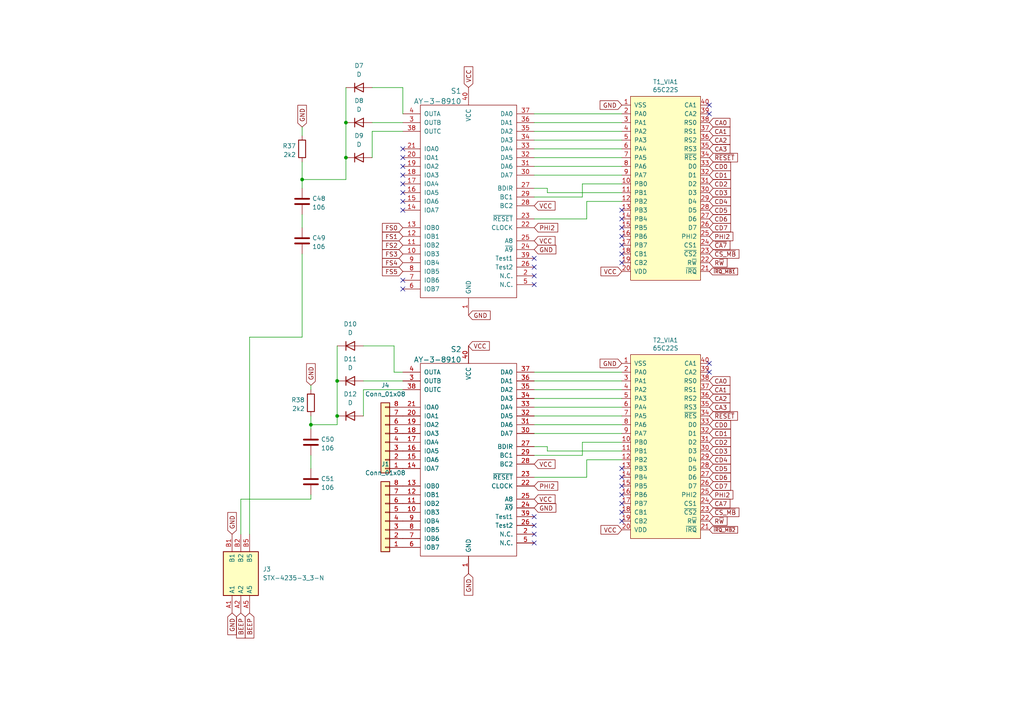
<source format=kicad_sch>
(kicad_sch
	(version 20231120)
	(generator "eeschema")
	(generator_version "8.0")
	(uuid "eecbade0-92ed-48d3-b6ba-31a7fd4e052e")
	(paper "A4")
	(lib_symbols
		(symbol "6502-library:65C22S"
			(pin_names
				(offset 1.016)
			)
			(exclude_from_sim no)
			(in_bom yes)
			(on_board yes)
			(property "Reference" "U"
				(at 0 -1.27 0)
				(effects
					(font
						(size 1.27 1.27)
					)
				)
			)
			(property "Value" "65C22S"
				(at 0 1.27 0)
				(effects
					(font
						(size 1.27 1.27)
					)
				)
			)
			(property "Footprint" "Package_DIP:DIP-40_W15.24mm_Socket"
				(at 0 26.67 0)
				(effects
					(font
						(size 1.27 1.27)
					)
					(hide yes)
				)
			)
			(property "Datasheet" ""
				(at 2.54 0 0)
				(effects
					(font
						(size 1.27 1.27)
					)
					(hide yes)
				)
			)
			(property "Description" ""
				(at 0 0 0)
				(effects
					(font
						(size 1.27 1.27)
					)
					(hide yes)
				)
			)
			(symbol "65C22S_1_1"
				(rectangle
					(start -10.16 25.4)
					(end 10.16 -27.94)
					(stroke
						(width 0)
						(type default)
					)
					(fill
						(type background)
					)
				)
				(pin power_in line
					(at -12.7 22.86 0)
					(length 2.54)
					(name "VSS"
						(effects
							(font
								(size 1.27 1.27)
							)
						)
					)
					(number "1"
						(effects
							(font
								(size 1.27 1.27)
							)
						)
					)
				)
				(pin bidirectional line
					(at -12.7 0 0)
					(length 2.54)
					(name "PB0"
						(effects
							(font
								(size 1.27 1.27)
							)
						)
					)
					(number "10"
						(effects
							(font
								(size 1.27 1.27)
							)
						)
					)
				)
				(pin bidirectional line
					(at -12.7 -2.54 0)
					(length 2.54)
					(name "PB1"
						(effects
							(font
								(size 1.27 1.27)
							)
						)
					)
					(number "11"
						(effects
							(font
								(size 1.27 1.27)
							)
						)
					)
				)
				(pin bidirectional line
					(at -12.7 -5.08 0)
					(length 2.54)
					(name "PB2"
						(effects
							(font
								(size 1.27 1.27)
							)
						)
					)
					(number "12"
						(effects
							(font
								(size 1.27 1.27)
							)
						)
					)
				)
				(pin bidirectional line
					(at -12.7 -7.62 0)
					(length 2.54)
					(name "PB3"
						(effects
							(font
								(size 1.27 1.27)
							)
						)
					)
					(number "13"
						(effects
							(font
								(size 1.27 1.27)
							)
						)
					)
				)
				(pin bidirectional line
					(at -12.7 -10.16 0)
					(length 2.54)
					(name "PB4"
						(effects
							(font
								(size 1.27 1.27)
							)
						)
					)
					(number "14"
						(effects
							(font
								(size 1.27 1.27)
							)
						)
					)
				)
				(pin bidirectional line
					(at -12.7 -12.7 0)
					(length 2.54)
					(name "PB5"
						(effects
							(font
								(size 1.27 1.27)
							)
						)
					)
					(number "15"
						(effects
							(font
								(size 1.27 1.27)
							)
						)
					)
				)
				(pin bidirectional line
					(at -12.7 -15.24 0)
					(length 2.54)
					(name "PB6"
						(effects
							(font
								(size 1.27 1.27)
							)
						)
					)
					(number "16"
						(effects
							(font
								(size 1.27 1.27)
							)
						)
					)
				)
				(pin bidirectional line
					(at -12.7 -17.78 0)
					(length 2.54)
					(name "PB7"
						(effects
							(font
								(size 1.27 1.27)
							)
						)
					)
					(number "17"
						(effects
							(font
								(size 1.27 1.27)
							)
						)
					)
				)
				(pin bidirectional line
					(at -12.7 -20.32 0)
					(length 2.54)
					(name "CB1"
						(effects
							(font
								(size 1.27 1.27)
							)
						)
					)
					(number "18"
						(effects
							(font
								(size 1.27 1.27)
							)
						)
					)
				)
				(pin bidirectional line
					(at -12.7 -22.86 0)
					(length 2.54)
					(name "CB2"
						(effects
							(font
								(size 1.27 1.27)
							)
						)
					)
					(number "19"
						(effects
							(font
								(size 1.27 1.27)
							)
						)
					)
				)
				(pin bidirectional line
					(at -12.7 20.32 0)
					(length 2.54)
					(name "PA0"
						(effects
							(font
								(size 1.27 1.27)
							)
						)
					)
					(number "2"
						(effects
							(font
								(size 1.27 1.27)
							)
						)
					)
				)
				(pin power_in line
					(at -12.7 -25.4 0)
					(length 2.54)
					(name "VDD"
						(effects
							(font
								(size 1.27 1.27)
							)
						)
					)
					(number "20"
						(effects
							(font
								(size 1.27 1.27)
							)
						)
					)
				)
				(pin output line
					(at 12.7 -25.4 180)
					(length 2.54)
					(name "~{IRQ}"
						(effects
							(font
								(size 1.27 1.27)
							)
						)
					)
					(number "21"
						(effects
							(font
								(size 1.27 1.27)
							)
						)
					)
				)
				(pin input line
					(at 12.7 -22.86 180)
					(length 2.54)
					(name "R~{W}"
						(effects
							(font
								(size 1.27 1.27)
							)
						)
					)
					(number "22"
						(effects
							(font
								(size 1.27 1.27)
							)
						)
					)
				)
				(pin input line
					(at 12.7 -20.32 180)
					(length 2.54)
					(name "~{CS2}"
						(effects
							(font
								(size 1.27 1.27)
							)
						)
					)
					(number "23"
						(effects
							(font
								(size 1.27 1.27)
							)
						)
					)
				)
				(pin input line
					(at 12.7 -17.78 180)
					(length 2.54)
					(name "CS1"
						(effects
							(font
								(size 1.27 1.27)
							)
						)
					)
					(number "24"
						(effects
							(font
								(size 1.27 1.27)
							)
						)
					)
				)
				(pin input line
					(at 12.7 -15.24 180)
					(length 2.54)
					(name "PHI2"
						(effects
							(font
								(size 1.27 1.27)
							)
						)
					)
					(number "25"
						(effects
							(font
								(size 1.27 1.27)
							)
						)
					)
				)
				(pin bidirectional line
					(at 12.7 -12.7 180)
					(length 2.54)
					(name "D7"
						(effects
							(font
								(size 1.27 1.27)
							)
						)
					)
					(number "26"
						(effects
							(font
								(size 1.27 1.27)
							)
						)
					)
				)
				(pin bidirectional line
					(at 12.7 -10.16 180)
					(length 2.54)
					(name "D6"
						(effects
							(font
								(size 1.27 1.27)
							)
						)
					)
					(number "27"
						(effects
							(font
								(size 1.27 1.27)
							)
						)
					)
				)
				(pin bidirectional line
					(at 12.7 -7.62 180)
					(length 2.54)
					(name "D5"
						(effects
							(font
								(size 1.27 1.27)
							)
						)
					)
					(number "28"
						(effects
							(font
								(size 1.27 1.27)
							)
						)
					)
				)
				(pin bidirectional line
					(at 12.7 -5.08 180)
					(length 2.54)
					(name "D4"
						(effects
							(font
								(size 1.27 1.27)
							)
						)
					)
					(number "29"
						(effects
							(font
								(size 1.27 1.27)
							)
						)
					)
				)
				(pin bidirectional line
					(at -12.7 17.78 0)
					(length 2.54)
					(name "PA1"
						(effects
							(font
								(size 1.27 1.27)
							)
						)
					)
					(number "3"
						(effects
							(font
								(size 1.27 1.27)
							)
						)
					)
				)
				(pin bidirectional line
					(at 12.7 -2.54 180)
					(length 2.54)
					(name "D3"
						(effects
							(font
								(size 1.27 1.27)
							)
						)
					)
					(number "30"
						(effects
							(font
								(size 1.27 1.27)
							)
						)
					)
				)
				(pin bidirectional line
					(at 12.7 0 180)
					(length 2.54)
					(name "D2"
						(effects
							(font
								(size 1.27 1.27)
							)
						)
					)
					(number "31"
						(effects
							(font
								(size 1.27 1.27)
							)
						)
					)
				)
				(pin bidirectional line
					(at 12.7 2.54 180)
					(length 2.54)
					(name "D1"
						(effects
							(font
								(size 1.27 1.27)
							)
						)
					)
					(number "32"
						(effects
							(font
								(size 1.27 1.27)
							)
						)
					)
				)
				(pin bidirectional line
					(at 12.7 5.08 180)
					(length 2.54)
					(name "D0"
						(effects
							(font
								(size 1.27 1.27)
							)
						)
					)
					(number "33"
						(effects
							(font
								(size 1.27 1.27)
							)
						)
					)
				)
				(pin input line
					(at 12.7 7.62 180)
					(length 2.54)
					(name "~{RES}"
						(effects
							(font
								(size 1.27 1.27)
							)
						)
					)
					(number "34"
						(effects
							(font
								(size 1.27 1.27)
							)
						)
					)
				)
				(pin input line
					(at 12.7 10.16 180)
					(length 2.54)
					(name "RS3"
						(effects
							(font
								(size 1.27 1.27)
							)
						)
					)
					(number "35"
						(effects
							(font
								(size 1.27 1.27)
							)
						)
					)
				)
				(pin input line
					(at 12.7 12.7 180)
					(length 2.54)
					(name "RS2"
						(effects
							(font
								(size 1.27 1.27)
							)
						)
					)
					(number "36"
						(effects
							(font
								(size 1.27 1.27)
							)
						)
					)
				)
				(pin input line
					(at 12.7 15.24 180)
					(length 2.54)
					(name "RS1"
						(effects
							(font
								(size 1.27 1.27)
							)
						)
					)
					(number "37"
						(effects
							(font
								(size 1.27 1.27)
							)
						)
					)
				)
				(pin input line
					(at 12.7 17.78 180)
					(length 2.54)
					(name "RS0"
						(effects
							(font
								(size 1.27 1.27)
							)
						)
					)
					(number "38"
						(effects
							(font
								(size 1.27 1.27)
							)
						)
					)
				)
				(pin bidirectional line
					(at 12.7 20.32 180)
					(length 2.54)
					(name "CA2"
						(effects
							(font
								(size 1.27 1.27)
							)
						)
					)
					(number "39"
						(effects
							(font
								(size 1.27 1.27)
							)
						)
					)
				)
				(pin bidirectional line
					(at -12.7 15.24 0)
					(length 2.54)
					(name "PA2"
						(effects
							(font
								(size 1.27 1.27)
							)
						)
					)
					(number "4"
						(effects
							(font
								(size 1.27 1.27)
							)
						)
					)
				)
				(pin bidirectional line
					(at 12.7 22.86 180)
					(length 2.54)
					(name "CA1"
						(effects
							(font
								(size 1.27 1.27)
							)
						)
					)
					(number "40"
						(effects
							(font
								(size 1.27 1.27)
							)
						)
					)
				)
				(pin bidirectional line
					(at -12.7 12.7 0)
					(length 2.54)
					(name "PA3"
						(effects
							(font
								(size 1.27 1.27)
							)
						)
					)
					(number "5"
						(effects
							(font
								(size 1.27 1.27)
							)
						)
					)
				)
				(pin bidirectional line
					(at -12.7 10.16 0)
					(length 2.54)
					(name "PA4"
						(effects
							(font
								(size 1.27 1.27)
							)
						)
					)
					(number "6"
						(effects
							(font
								(size 1.27 1.27)
							)
						)
					)
				)
				(pin bidirectional line
					(at -12.7 7.62 0)
					(length 2.54)
					(name "PA5"
						(effects
							(font
								(size 1.27 1.27)
							)
						)
					)
					(number "7"
						(effects
							(font
								(size 1.27 1.27)
							)
						)
					)
				)
				(pin bidirectional line
					(at -12.7 5.08 0)
					(length 2.54)
					(name "PA6"
						(effects
							(font
								(size 1.27 1.27)
							)
						)
					)
					(number "8"
						(effects
							(font
								(size 1.27 1.27)
							)
						)
					)
				)
				(pin bidirectional line
					(at -12.7 2.54 0)
					(length 2.54)
					(name "PA7"
						(effects
							(font
								(size 1.27 1.27)
							)
						)
					)
					(number "9"
						(effects
							(font
								(size 1.27 1.27)
							)
						)
					)
				)
			)
		)
		(symbol "Connector_Generic:Conn_01x08"
			(pin_names
				(offset 1.016) hide)
			(exclude_from_sim no)
			(in_bom yes)
			(on_board yes)
			(property "Reference" "J"
				(at 0 10.16 0)
				(effects
					(font
						(size 1.27 1.27)
					)
				)
			)
			(property "Value" "Conn_01x08"
				(at 0 -12.7 0)
				(effects
					(font
						(size 1.27 1.27)
					)
				)
			)
			(property "Footprint" ""
				(at 0 0 0)
				(effects
					(font
						(size 1.27 1.27)
					)
					(hide yes)
				)
			)
			(property "Datasheet" "~"
				(at 0 0 0)
				(effects
					(font
						(size 1.27 1.27)
					)
					(hide yes)
				)
			)
			(property "Description" "Generic connector, single row, 01x08, script generated (kicad-library-utils/schlib/autogen/connector/)"
				(at 0 0 0)
				(effects
					(font
						(size 1.27 1.27)
					)
					(hide yes)
				)
			)
			(property "ki_keywords" "connector"
				(at 0 0 0)
				(effects
					(font
						(size 1.27 1.27)
					)
					(hide yes)
				)
			)
			(property "ki_fp_filters" "Connector*:*_1x??_*"
				(at 0 0 0)
				(effects
					(font
						(size 1.27 1.27)
					)
					(hide yes)
				)
			)
			(symbol "Conn_01x08_1_1"
				(rectangle
					(start -1.27 -10.033)
					(end 0 -10.287)
					(stroke
						(width 0.1524)
						(type default)
					)
					(fill
						(type none)
					)
				)
				(rectangle
					(start -1.27 -7.493)
					(end 0 -7.747)
					(stroke
						(width 0.1524)
						(type default)
					)
					(fill
						(type none)
					)
				)
				(rectangle
					(start -1.27 -4.953)
					(end 0 -5.207)
					(stroke
						(width 0.1524)
						(type default)
					)
					(fill
						(type none)
					)
				)
				(rectangle
					(start -1.27 -2.413)
					(end 0 -2.667)
					(stroke
						(width 0.1524)
						(type default)
					)
					(fill
						(type none)
					)
				)
				(rectangle
					(start -1.27 0.127)
					(end 0 -0.127)
					(stroke
						(width 0.1524)
						(type default)
					)
					(fill
						(type none)
					)
				)
				(rectangle
					(start -1.27 2.667)
					(end 0 2.413)
					(stroke
						(width 0.1524)
						(type default)
					)
					(fill
						(type none)
					)
				)
				(rectangle
					(start -1.27 5.207)
					(end 0 4.953)
					(stroke
						(width 0.1524)
						(type default)
					)
					(fill
						(type none)
					)
				)
				(rectangle
					(start -1.27 7.747)
					(end 0 7.493)
					(stroke
						(width 0.1524)
						(type default)
					)
					(fill
						(type none)
					)
				)
				(rectangle
					(start -1.27 8.89)
					(end 1.27 -11.43)
					(stroke
						(width 0.254)
						(type default)
					)
					(fill
						(type background)
					)
				)
				(pin passive line
					(at -5.08 7.62 0)
					(length 3.81)
					(name "Pin_1"
						(effects
							(font
								(size 1.27 1.27)
							)
						)
					)
					(number "1"
						(effects
							(font
								(size 1.27 1.27)
							)
						)
					)
				)
				(pin passive line
					(at -5.08 5.08 0)
					(length 3.81)
					(name "Pin_2"
						(effects
							(font
								(size 1.27 1.27)
							)
						)
					)
					(number "2"
						(effects
							(font
								(size 1.27 1.27)
							)
						)
					)
				)
				(pin passive line
					(at -5.08 2.54 0)
					(length 3.81)
					(name "Pin_3"
						(effects
							(font
								(size 1.27 1.27)
							)
						)
					)
					(number "3"
						(effects
							(font
								(size 1.27 1.27)
							)
						)
					)
				)
				(pin passive line
					(at -5.08 0 0)
					(length 3.81)
					(name "Pin_4"
						(effects
							(font
								(size 1.27 1.27)
							)
						)
					)
					(number "4"
						(effects
							(font
								(size 1.27 1.27)
							)
						)
					)
				)
				(pin passive line
					(at -5.08 -2.54 0)
					(length 3.81)
					(name "Pin_5"
						(effects
							(font
								(size 1.27 1.27)
							)
						)
					)
					(number "5"
						(effects
							(font
								(size 1.27 1.27)
							)
						)
					)
				)
				(pin passive line
					(at -5.08 -5.08 0)
					(length 3.81)
					(name "Pin_6"
						(effects
							(font
								(size 1.27 1.27)
							)
						)
					)
					(number "6"
						(effects
							(font
								(size 1.27 1.27)
							)
						)
					)
				)
				(pin passive line
					(at -5.08 -7.62 0)
					(length 3.81)
					(name "Pin_7"
						(effects
							(font
								(size 1.27 1.27)
							)
						)
					)
					(number "7"
						(effects
							(font
								(size 1.27 1.27)
							)
						)
					)
				)
				(pin passive line
					(at -5.08 -10.16 0)
					(length 3.81)
					(name "Pin_8"
						(effects
							(font
								(size 1.27 1.27)
							)
						)
					)
					(number "8"
						(effects
							(font
								(size 1.27 1.27)
							)
						)
					)
				)
			)
		)
		(symbol "Device:C"
			(pin_numbers hide)
			(pin_names
				(offset 0.254)
			)
			(exclude_from_sim no)
			(in_bom yes)
			(on_board yes)
			(property "Reference" "C"
				(at 0.635 2.54 0)
				(effects
					(font
						(size 1.27 1.27)
					)
					(justify left)
				)
			)
			(property "Value" "C"
				(at 0.635 -2.54 0)
				(effects
					(font
						(size 1.27 1.27)
					)
					(justify left)
				)
			)
			(property "Footprint" ""
				(at 0.9652 -3.81 0)
				(effects
					(font
						(size 1.27 1.27)
					)
					(hide yes)
				)
			)
			(property "Datasheet" "~"
				(at 0 0 0)
				(effects
					(font
						(size 1.27 1.27)
					)
					(hide yes)
				)
			)
			(property "Description" "Unpolarized capacitor"
				(at 0 0 0)
				(effects
					(font
						(size 1.27 1.27)
					)
					(hide yes)
				)
			)
			(property "ki_keywords" "cap capacitor"
				(at 0 0 0)
				(effects
					(font
						(size 1.27 1.27)
					)
					(hide yes)
				)
			)
			(property "ki_fp_filters" "C_*"
				(at 0 0 0)
				(effects
					(font
						(size 1.27 1.27)
					)
					(hide yes)
				)
			)
			(symbol "C_0_1"
				(polyline
					(pts
						(xy -2.032 -0.762) (xy 2.032 -0.762)
					)
					(stroke
						(width 0.508)
						(type default)
					)
					(fill
						(type none)
					)
				)
				(polyline
					(pts
						(xy -2.032 0.762) (xy 2.032 0.762)
					)
					(stroke
						(width 0.508)
						(type default)
					)
					(fill
						(type none)
					)
				)
			)
			(symbol "C_1_1"
				(pin passive line
					(at 0 3.81 270)
					(length 2.794)
					(name "~"
						(effects
							(font
								(size 1.27 1.27)
							)
						)
					)
					(number "1"
						(effects
							(font
								(size 1.27 1.27)
							)
						)
					)
				)
				(pin passive line
					(at 0 -3.81 90)
					(length 2.794)
					(name "~"
						(effects
							(font
								(size 1.27 1.27)
							)
						)
					)
					(number "2"
						(effects
							(font
								(size 1.27 1.27)
							)
						)
					)
				)
			)
		)
		(symbol "Device:D"
			(pin_numbers hide)
			(pin_names
				(offset 1.016) hide)
			(exclude_from_sim no)
			(in_bom yes)
			(on_board yes)
			(property "Reference" "D"
				(at 0 2.54 0)
				(effects
					(font
						(size 1.27 1.27)
					)
				)
			)
			(property "Value" "D"
				(at 0 -2.54 0)
				(effects
					(font
						(size 1.27 1.27)
					)
				)
			)
			(property "Footprint" ""
				(at 0 0 0)
				(effects
					(font
						(size 1.27 1.27)
					)
					(hide yes)
				)
			)
			(property "Datasheet" "~"
				(at 0 0 0)
				(effects
					(font
						(size 1.27 1.27)
					)
					(hide yes)
				)
			)
			(property "Description" "Diode"
				(at 0 0 0)
				(effects
					(font
						(size 1.27 1.27)
					)
					(hide yes)
				)
			)
			(property "Sim.Device" "D"
				(at 0 0 0)
				(effects
					(font
						(size 1.27 1.27)
					)
					(hide yes)
				)
			)
			(property "Sim.Pins" "1=K 2=A"
				(at 0 0 0)
				(effects
					(font
						(size 1.27 1.27)
					)
					(hide yes)
				)
			)
			(property "ki_keywords" "diode"
				(at 0 0 0)
				(effects
					(font
						(size 1.27 1.27)
					)
					(hide yes)
				)
			)
			(property "ki_fp_filters" "TO-???* *_Diode_* *SingleDiode* D_*"
				(at 0 0 0)
				(effects
					(font
						(size 1.27 1.27)
					)
					(hide yes)
				)
			)
			(symbol "D_0_1"
				(polyline
					(pts
						(xy -1.27 1.27) (xy -1.27 -1.27)
					)
					(stroke
						(width 0.254)
						(type default)
					)
					(fill
						(type none)
					)
				)
				(polyline
					(pts
						(xy 1.27 0) (xy -1.27 0)
					)
					(stroke
						(width 0)
						(type default)
					)
					(fill
						(type none)
					)
				)
				(polyline
					(pts
						(xy 1.27 1.27) (xy 1.27 -1.27) (xy -1.27 0) (xy 1.27 1.27)
					)
					(stroke
						(width 0.254)
						(type default)
					)
					(fill
						(type none)
					)
				)
			)
			(symbol "D_1_1"
				(pin passive line
					(at -3.81 0 0)
					(length 2.54)
					(name "K"
						(effects
							(font
								(size 1.27 1.27)
							)
						)
					)
					(number "1"
						(effects
							(font
								(size 1.27 1.27)
							)
						)
					)
				)
				(pin passive line
					(at 3.81 0 180)
					(length 2.54)
					(name "A"
						(effects
							(font
								(size 1.27 1.27)
							)
						)
					)
					(number "2"
						(effects
							(font
								(size 1.27 1.27)
							)
						)
					)
				)
			)
		)
		(symbol "Device:R"
			(pin_numbers hide)
			(pin_names
				(offset 0)
			)
			(exclude_from_sim no)
			(in_bom yes)
			(on_board yes)
			(property "Reference" "R"
				(at 2.032 0 90)
				(effects
					(font
						(size 1.27 1.27)
					)
				)
			)
			(property "Value" "R"
				(at 0 0 90)
				(effects
					(font
						(size 1.27 1.27)
					)
				)
			)
			(property "Footprint" ""
				(at -1.778 0 90)
				(effects
					(font
						(size 1.27 1.27)
					)
					(hide yes)
				)
			)
			(property "Datasheet" "~"
				(at 0 0 0)
				(effects
					(font
						(size 1.27 1.27)
					)
					(hide yes)
				)
			)
			(property "Description" "Resistor"
				(at 0 0 0)
				(effects
					(font
						(size 1.27 1.27)
					)
					(hide yes)
				)
			)
			(property "ki_keywords" "R res resistor"
				(at 0 0 0)
				(effects
					(font
						(size 1.27 1.27)
					)
					(hide yes)
				)
			)
			(property "ki_fp_filters" "R_*"
				(at 0 0 0)
				(effects
					(font
						(size 1.27 1.27)
					)
					(hide yes)
				)
			)
			(symbol "R_0_1"
				(rectangle
					(start -1.016 -2.54)
					(end 1.016 2.54)
					(stroke
						(width 0.254)
						(type default)
					)
					(fill
						(type none)
					)
				)
			)
			(symbol "R_1_1"
				(pin passive line
					(at 0 3.81 270)
					(length 1.27)
					(name "~"
						(effects
							(font
								(size 1.27 1.27)
							)
						)
					)
					(number "1"
						(effects
							(font
								(size 1.27 1.27)
							)
						)
					)
				)
				(pin passive line
					(at 0 -3.81 90)
					(length 1.27)
					(name "~"
						(effects
							(font
								(size 1.27 1.27)
							)
						)
					)
					(number "2"
						(effects
							(font
								(size 1.27 1.27)
							)
						)
					)
				)
			)
		)
		(symbol "STX-4235-3_3-N:STX-4235-3_3-N"
			(exclude_from_sim no)
			(in_bom yes)
			(on_board yes)
			(property "Reference" "J"
				(at 19.05 7.62 0)
				(effects
					(font
						(size 1.27 1.27)
					)
					(justify left top)
				)
			)
			(property "Value" "STX-4235-3_3-N"
				(at 19.05 5.08 0)
				(effects
					(font
						(size 1.27 1.27)
					)
					(justify left top)
				)
			)
			(property "Footprint" "STX423533N"
				(at 19.05 -94.92 0)
				(effects
					(font
						(size 1.27 1.27)
					)
					(justify left top)
					(hide yes)
				)
			)
			(property "Datasheet" "https://www.kycon.com/Pub_Eng_Draw/STX-4235-3-3-N.pdf"
				(at 19.05 -194.92 0)
				(effects
					(font
						(size 1.27 1.27)
					)
					(justify left top)
					(hide yes)
				)
			)
			(property "Description" "Phone Connectors 3.5mm STACKED STEREO 3P OVER 3P NONTHREAD,0.3 A,16 Volts DC,500V AC RMS for 1 minute, -25C to +85C."
				(at 0 0 0)
				(effects
					(font
						(size 1.27 1.27)
					)
					(hide yes)
				)
			)
			(property "Height" "26.3"
				(at 19.05 -394.92 0)
				(effects
					(font
						(size 1.27 1.27)
					)
					(justify left top)
					(hide yes)
				)
			)
			(property "Mouser Part Number" "806-STX-4235-3/3-N"
				(at 19.05 -494.92 0)
				(effects
					(font
						(size 1.27 1.27)
					)
					(justify left top)
					(hide yes)
				)
			)
			(property "Mouser Price/Stock" "https://www.mouser.co.uk/ProductDetail/Kycon/STX-4235-3-3-N?qs=ZTSmt56lTDBfkW0yztFGwg%3D%3D"
				(at 19.05 -594.92 0)
				(effects
					(font
						(size 1.27 1.27)
					)
					(justify left top)
					(hide yes)
				)
			)
			(property "Manufacturer_Name" "Kycon"
				(at 19.05 -694.92 0)
				(effects
					(font
						(size 1.27 1.27)
					)
					(justify left top)
					(hide yes)
				)
			)
			(property "Manufacturer_Part_Number" "STX-4235-3/3-N"
				(at 19.05 -794.92 0)
				(effects
					(font
						(size 1.27 1.27)
					)
					(justify left top)
					(hide yes)
				)
			)
			(symbol "STX-4235-3_3-N_1_1"
				(rectangle
					(start 5.08 2.54)
					(end 17.78 -7.62)
					(stroke
						(width 0.254)
						(type default)
					)
					(fill
						(type background)
					)
				)
				(pin passive line
					(at 0 0 0)
					(length 5.08)
					(name "A1"
						(effects
							(font
								(size 1.27 1.27)
							)
						)
					)
					(number "A1"
						(effects
							(font
								(size 1.27 1.27)
							)
						)
					)
				)
				(pin passive line
					(at 0 -2.54 0)
					(length 5.08)
					(name "A2"
						(effects
							(font
								(size 1.27 1.27)
							)
						)
					)
					(number "A2"
						(effects
							(font
								(size 1.27 1.27)
							)
						)
					)
				)
				(pin passive line
					(at 0 -5.08 0)
					(length 5.08)
					(name "A5"
						(effects
							(font
								(size 1.27 1.27)
							)
						)
					)
					(number "A5"
						(effects
							(font
								(size 1.27 1.27)
							)
						)
					)
				)
				(pin passive line
					(at 22.86 0 180)
					(length 5.08)
					(name "B1"
						(effects
							(font
								(size 1.27 1.27)
							)
						)
					)
					(number "B1"
						(effects
							(font
								(size 1.27 1.27)
							)
						)
					)
				)
				(pin passive line
					(at 22.86 -2.54 180)
					(length 5.08)
					(name "B2"
						(effects
							(font
								(size 1.27 1.27)
							)
						)
					)
					(number "B2"
						(effects
							(font
								(size 1.27 1.27)
							)
						)
					)
				)
				(pin passive line
					(at 22.86 -5.08 180)
					(length 5.08)
					(name "B5"
						(effects
							(font
								(size 1.27 1.27)
							)
						)
					)
					(number "B5"
						(effects
							(font
								(size 1.27 1.27)
							)
						)
					)
				)
			)
		)
		(symbol "ay-3-8910:AY-3-8910"
			(pin_names
				(offset 1.016)
			)
			(exclude_from_sim no)
			(in_bom yes)
			(on_board yes)
			(property "Reference" "U"
				(at 10.16 -30.48 0)
				(effects
					(font
						(size 1.524 1.524)
					)
				)
			)
			(property "Value" "AY-3-8910"
				(at 0 0.635 0)
				(effects
					(font
						(size 1.524 1.524)
					)
				)
			)
			(property "Footprint" ""
				(at -8.255 -22.225 0)
				(effects
					(font
						(size 1.524 1.524)
					)
					(hide yes)
				)
			)
			(property "Datasheet" ""
				(at -8.255 -22.225 0)
				(effects
					(font
						(size 1.524 1.524)
					)
					(hide yes)
				)
			)
			(property "Description" ""
				(at 0 0 0)
				(effects
					(font
						(size 1.27 1.27)
					)
					(hide yes)
				)
			)
			(symbol "AY-3-8910_0_1"
				(rectangle
					(start -13.97 27.94)
					(end 13.97 -27.94)
					(stroke
						(width 0)
						(type default)
					)
					(fill
						(type none)
					)
				)
			)
			(symbol "AY-3-8910_1_1"
				(pin power_in line
					(at 0 -33.02 90)
					(length 5.08)
					(name "GND"
						(effects
							(font
								(size 1.27 1.27)
							)
						)
					)
					(number "1"
						(effects
							(font
								(size 1.27 1.27)
							)
						)
					)
				)
				(pin bidirectional line
					(at 19.05 -15.24 180)
					(length 5.08)
					(name "IOB3"
						(effects
							(font
								(size 1.27 1.27)
							)
						)
					)
					(number "10"
						(effects
							(font
								(size 1.27 1.27)
							)
						)
					)
				)
				(pin bidirectional line
					(at 19.05 -12.7 180)
					(length 5.08)
					(name "IOB2"
						(effects
							(font
								(size 1.27 1.27)
							)
						)
					)
					(number "11"
						(effects
							(font
								(size 1.27 1.27)
							)
						)
					)
				)
				(pin bidirectional line
					(at 19.05 -10.16 180)
					(length 5.08)
					(name "IOB1"
						(effects
							(font
								(size 1.27 1.27)
							)
						)
					)
					(number "12"
						(effects
							(font
								(size 1.27 1.27)
							)
						)
					)
				)
				(pin bidirectional line
					(at 19.05 -7.62 180)
					(length 5.08)
					(name "IOB0"
						(effects
							(font
								(size 1.27 1.27)
							)
						)
					)
					(number "13"
						(effects
							(font
								(size 1.27 1.27)
							)
						)
					)
				)
				(pin bidirectional line
					(at 19.05 -2.54 180)
					(length 5.08)
					(name "IOA7"
						(effects
							(font
								(size 1.27 1.27)
							)
						)
					)
					(number "14"
						(effects
							(font
								(size 1.27 1.27)
							)
						)
					)
				)
				(pin bidirectional line
					(at 19.05 0 180)
					(length 5.08)
					(name "IOA6"
						(effects
							(font
								(size 1.27 1.27)
							)
						)
					)
					(number "15"
						(effects
							(font
								(size 1.27 1.27)
							)
						)
					)
				)
				(pin bidirectional line
					(at 19.05 2.54 180)
					(length 5.08)
					(name "IOA5"
						(effects
							(font
								(size 1.27 1.27)
							)
						)
					)
					(number "16"
						(effects
							(font
								(size 1.27 1.27)
							)
						)
					)
				)
				(pin bidirectional line
					(at 19.05 5.08 180)
					(length 5.08)
					(name "IOA4"
						(effects
							(font
								(size 1.27 1.27)
							)
						)
					)
					(number "17"
						(effects
							(font
								(size 1.27 1.27)
							)
						)
					)
				)
				(pin bidirectional line
					(at 19.05 7.62 180)
					(length 5.08)
					(name "IOA3"
						(effects
							(font
								(size 1.27 1.27)
							)
						)
					)
					(number "18"
						(effects
							(font
								(size 1.27 1.27)
							)
						)
					)
				)
				(pin bidirectional line
					(at 19.05 10.16 180)
					(length 5.08)
					(name "IOA2"
						(effects
							(font
								(size 1.27 1.27)
							)
						)
					)
					(number "19"
						(effects
							(font
								(size 1.27 1.27)
							)
						)
					)
				)
				(pin input line
					(at -19.05 -21.59 0)
					(length 5.08)
					(name "N.C."
						(effects
							(font
								(size 1.27 1.27)
							)
						)
					)
					(number "2"
						(effects
							(font
								(size 1.27 1.27)
							)
						)
					)
				)
				(pin bidirectional line
					(at 19.05 12.7 180)
					(length 5.08)
					(name "IOA1"
						(effects
							(font
								(size 1.27 1.27)
							)
						)
					)
					(number "20"
						(effects
							(font
								(size 1.27 1.27)
							)
						)
					)
				)
				(pin bidirectional line
					(at 19.05 15.24 180)
					(length 5.08)
					(name "IOA0"
						(effects
							(font
								(size 1.27 1.27)
							)
						)
					)
					(number "21"
						(effects
							(font
								(size 1.27 1.27)
							)
						)
					)
				)
				(pin input line
					(at -19.05 -7.62 0)
					(length 5.08)
					(name "CLOCK"
						(effects
							(font
								(size 1.27 1.27)
							)
						)
					)
					(number "22"
						(effects
							(font
								(size 1.27 1.27)
							)
						)
					)
				)
				(pin input line
					(at -19.05 -5.08 0)
					(length 5.08)
					(name "~{RESET}"
						(effects
							(font
								(size 1.27 1.27)
							)
						)
					)
					(number "23"
						(effects
							(font
								(size 1.27 1.27)
							)
						)
					)
				)
				(pin input line
					(at -19.05 -13.97 0)
					(length 5.08)
					(name "~{A9}"
						(effects
							(font
								(size 1.27 1.27)
							)
						)
					)
					(number "24"
						(effects
							(font
								(size 1.27 1.27)
							)
						)
					)
				)
				(pin input line
					(at -19.05 -11.43 0)
					(length 5.08)
					(name "A8"
						(effects
							(font
								(size 1.27 1.27)
							)
						)
					)
					(number "25"
						(effects
							(font
								(size 1.27 1.27)
							)
						)
					)
				)
				(pin input line
					(at -19.05 -19.05 0)
					(length 5.08)
					(name "Test2"
						(effects
							(font
								(size 1.27 1.27)
							)
						)
					)
					(number "26"
						(effects
							(font
								(size 1.27 1.27)
							)
						)
					)
				)
				(pin input line
					(at -19.05 3.81 0)
					(length 5.08)
					(name "BDIR"
						(effects
							(font
								(size 1.27 1.27)
							)
						)
					)
					(number "27"
						(effects
							(font
								(size 1.27 1.27)
							)
						)
					)
				)
				(pin input line
					(at -19.05 -1.27 0)
					(length 5.08)
					(name "BC2"
						(effects
							(font
								(size 1.27 1.27)
							)
						)
					)
					(number "28"
						(effects
							(font
								(size 1.27 1.27)
							)
						)
					)
				)
				(pin input line
					(at -19.05 1.27 0)
					(length 5.08)
					(name "BC1"
						(effects
							(font
								(size 1.27 1.27)
							)
						)
					)
					(number "29"
						(effects
							(font
								(size 1.27 1.27)
							)
						)
					)
				)
				(pin output line
					(at 19.05 22.86 180)
					(length 5.08)
					(name "OUTB"
						(effects
							(font
								(size 1.27 1.27)
							)
						)
					)
					(number "3"
						(effects
							(font
								(size 1.27 1.27)
							)
						)
					)
				)
				(pin bidirectional line
					(at -19.05 7.62 0)
					(length 5.08)
					(name "DA7"
						(effects
							(font
								(size 1.27 1.27)
							)
						)
					)
					(number "30"
						(effects
							(font
								(size 1.27 1.27)
							)
						)
					)
				)
				(pin bidirectional line
					(at -19.05 10.16 0)
					(length 5.08)
					(name "DA6"
						(effects
							(font
								(size 1.27 1.27)
							)
						)
					)
					(number "31"
						(effects
							(font
								(size 1.27 1.27)
							)
						)
					)
				)
				(pin bidirectional line
					(at -19.05 12.7 0)
					(length 5.08)
					(name "DA5"
						(effects
							(font
								(size 1.27 1.27)
							)
						)
					)
					(number "32"
						(effects
							(font
								(size 1.27 1.27)
							)
						)
					)
				)
				(pin bidirectional line
					(at -19.05 15.24 0)
					(length 5.08)
					(name "DA4"
						(effects
							(font
								(size 1.27 1.27)
							)
						)
					)
					(number "33"
						(effects
							(font
								(size 1.27 1.27)
							)
						)
					)
				)
				(pin bidirectional line
					(at -19.05 17.78 0)
					(length 5.08)
					(name "DA3"
						(effects
							(font
								(size 1.27 1.27)
							)
						)
					)
					(number "34"
						(effects
							(font
								(size 1.27 1.27)
							)
						)
					)
				)
				(pin bidirectional line
					(at -19.05 20.32 0)
					(length 5.08)
					(name "DA2"
						(effects
							(font
								(size 1.27 1.27)
							)
						)
					)
					(number "35"
						(effects
							(font
								(size 1.27 1.27)
							)
						)
					)
				)
				(pin bidirectional line
					(at -19.05 22.86 0)
					(length 5.08)
					(name "DA1"
						(effects
							(font
								(size 1.27 1.27)
							)
						)
					)
					(number "36"
						(effects
							(font
								(size 1.27 1.27)
							)
						)
					)
				)
				(pin bidirectional line
					(at -19.05 25.4 0)
					(length 5.08)
					(name "DA0"
						(effects
							(font
								(size 1.27 1.27)
							)
						)
					)
					(number "37"
						(effects
							(font
								(size 1.27 1.27)
							)
						)
					)
				)
				(pin output line
					(at 19.05 20.32 180)
					(length 5.08)
					(name "OUTC"
						(effects
							(font
								(size 1.27 1.27)
							)
						)
					)
					(number "38"
						(effects
							(font
								(size 1.27 1.27)
							)
						)
					)
				)
				(pin input line
					(at -19.05 -16.51 0)
					(length 5.08)
					(name "Test1"
						(effects
							(font
								(size 1.27 1.27)
							)
						)
					)
					(number "39"
						(effects
							(font
								(size 1.27 1.27)
							)
						)
					)
				)
				(pin output line
					(at 19.05 25.4 180)
					(length 5.08)
					(name "OUTA"
						(effects
							(font
								(size 1.27 1.27)
							)
						)
					)
					(number "4"
						(effects
							(font
								(size 1.27 1.27)
							)
						)
					)
				)
				(pin power_in line
					(at 0 33.02 270)
					(length 5.08)
					(name "VCC"
						(effects
							(font
								(size 1.27 1.27)
							)
						)
					)
					(number "40"
						(effects
							(font
								(size 1.27 1.27)
							)
						)
					)
				)
				(pin input line
					(at -19.05 -24.13 0)
					(length 5.08)
					(name "N.C."
						(effects
							(font
								(size 1.27 1.27)
							)
						)
					)
					(number "5"
						(effects
							(font
								(size 1.27 1.27)
							)
						)
					)
				)
				(pin bidirectional line
					(at 19.05 -25.4 180)
					(length 5.08)
					(name "IOB7"
						(effects
							(font
								(size 1.27 1.27)
							)
						)
					)
					(number "6"
						(effects
							(font
								(size 1.27 1.27)
							)
						)
					)
				)
				(pin bidirectional line
					(at 19.05 -22.86 180)
					(length 5.08)
					(name "IOB6"
						(effects
							(font
								(size 1.27 1.27)
							)
						)
					)
					(number "7"
						(effects
							(font
								(size 1.27 1.27)
							)
						)
					)
				)
				(pin bidirectional line
					(at 19.05 -20.32 180)
					(length 5.08)
					(name "IOB5"
						(effects
							(font
								(size 1.27 1.27)
							)
						)
					)
					(number "8"
						(effects
							(font
								(size 1.27 1.27)
							)
						)
					)
				)
				(pin bidirectional line
					(at 19.05 -17.78 180)
					(length 5.08)
					(name "IOB4"
						(effects
							(font
								(size 1.27 1.27)
							)
						)
					)
					(number "9"
						(effects
							(font
								(size 1.27 1.27)
							)
						)
					)
				)
			)
		)
	)
	(junction
		(at 90.17 123.19)
		(diameter 0)
		(color 0 0 0 0)
		(uuid "3aae9d03-1572-4d68-b2b7-881e97bdea23")
	)
	(junction
		(at 97.79 120.65)
		(diameter 0)
		(color 0 0 0 0)
		(uuid "6ddd5902-34a3-4370-8b1d-1fdddaa169d1")
	)
	(junction
		(at 100.33 35.56)
		(diameter 0)
		(color 0 0 0 0)
		(uuid "76f5f5ae-1901-400f-8045-d0786f0eabe7")
	)
	(junction
		(at 100.33 45.72)
		(diameter 0)
		(color 0 0 0 0)
		(uuid "7f4420a9-a41f-4e0c-a1b9-ab943163226b")
	)
	(junction
		(at 87.63 52.07)
		(diameter 0)
		(color 0 0 0 0)
		(uuid "b7114827-6722-4b15-9831-43bb1623779b")
	)
	(junction
		(at 97.79 110.49)
		(diameter 0)
		(color 0 0 0 0)
		(uuid "cc7daf0b-4b9d-4e98-bb1e-57ac9e088f03")
	)
	(no_connect
		(at 180.34 138.43)
		(uuid "017cb5f6-55d3-461f-a1ff-40fb46f94007")
	)
	(no_connect
		(at 116.84 53.34)
		(uuid "1909ca45-78af-47d3-88f2-de1d475a7a12")
	)
	(no_connect
		(at 180.34 76.2)
		(uuid "21f0b4a1-5395-435e-9b35-07b2fcad8fbd")
	)
	(no_connect
		(at 180.34 73.66)
		(uuid "221b9d19-d517-4e61-b046-9f1ee233ec4b")
	)
	(no_connect
		(at 154.94 77.47)
		(uuid "2dad64d6-8ae7-4806-9b85-dcf427dada1e")
	)
	(no_connect
		(at 116.84 48.26)
		(uuid "3e644eff-9ab2-4a56-8bb8-165e422f8b48")
	)
	(no_connect
		(at 180.34 63.5)
		(uuid "3f0e08fe-d9a1-4839-bc80-f7c5e927a873")
	)
	(no_connect
		(at 154.94 149.86)
		(uuid "479fa8cd-a27c-45b4-bd61-ccc3519c1efe")
	)
	(no_connect
		(at 116.84 43.18)
		(uuid "47fe959e-8133-43e1-a8b6-9e5b330d6ef0")
	)
	(no_connect
		(at 154.94 154.94)
		(uuid "4bf853a4-290d-4d1e-80b6-fa19ac1b86f4")
	)
	(no_connect
		(at 180.34 143.51)
		(uuid "4f8136b4-dbcf-47b9-a259-bd9b0a8d7462")
	)
	(no_connect
		(at 116.84 58.42)
		(uuid "59b7b314-c9da-4bb6-bdf3-6aca8a3c95b3")
	)
	(no_connect
		(at 180.34 146.05)
		(uuid "60d7a3b3-f9ec-401d-820b-2cab1078642a")
	)
	(no_connect
		(at 116.84 83.82)
		(uuid "67bb7d25-d20c-40b8-9c78-2d28bf873ae4")
	)
	(no_connect
		(at 205.74 107.95)
		(uuid "70cddef1-3f7f-4e8c-a325-04510b853aa0")
	)
	(no_connect
		(at 116.84 50.8)
		(uuid "73e43442-c1da-4c09-9fa0-929f0598a373")
	)
	(no_connect
		(at 116.84 55.88)
		(uuid "78217f12-b2c8-4171-be43-3a9446ac2bf3")
	)
	(no_connect
		(at 180.34 140.97)
		(uuid "7ddb9ca1-ac93-452b-b632-694399052c2c")
	)
	(no_connect
		(at 180.34 68.58)
		(uuid "9396f972-70c8-472b-82fa-7895afef84f7")
	)
	(no_connect
		(at 116.84 60.96)
		(uuid "9ee719d0-d85a-4ca6-9936-31212a41c3b6")
	)
	(no_connect
		(at 180.34 151.13)
		(uuid "9ef73065-1c9f-4095-8443-70164072d6f5")
	)
	(no_connect
		(at 180.34 135.89)
		(uuid "a90e56d3-7667-4bff-9f22-ea2eb4bd9d7e")
	)
	(no_connect
		(at 180.34 66.04)
		(uuid "a97e566c-bd03-4296-aff4-83a0c436c688")
	)
	(no_connect
		(at 180.34 71.12)
		(uuid "b4e59f1d-f80e-489b-b504-bccd709ddaa8")
	)
	(no_connect
		(at 205.74 30.48)
		(uuid "ba59fd22-2f0a-404e-b790-99eb7e1363db")
	)
	(no_connect
		(at 154.94 152.4)
		(uuid "c0997902-ed86-4853-b404-1584d23b84f4")
	)
	(no_connect
		(at 180.34 148.59)
		(uuid "c2bead11-fbe2-4a27-bfb3-40ce041db8af")
	)
	(no_connect
		(at 205.74 105.41)
		(uuid "c73051a0-e3f3-45f9-908e-2e21e8942314")
	)
	(no_connect
		(at 205.74 33.02)
		(uuid "cffc3552-564c-49e8-9a4a-1e0d922e7516")
	)
	(no_connect
		(at 154.94 157.48)
		(uuid "d3e49a74-3986-467b-b800-ce77cf63bd2e")
	)
	(no_connect
		(at 154.94 80.01)
		(uuid "ded72d66-e469-4233-8d57-4d6987f1b08b")
	)
	(no_connect
		(at 116.84 81.28)
		(uuid "e6449f0d-708b-40ba-ab2e-cd56ec19e512")
	)
	(no_connect
		(at 154.94 82.55)
		(uuid "eafc00c3-abd0-4cc9-b6e5-7965b64207a9")
	)
	(no_connect
		(at 180.34 60.96)
		(uuid "f1380f22-ae68-413b-bd35-f3ced4b2c315")
	)
	(no_connect
		(at 154.94 74.93)
		(uuid "f4400f97-9332-4fe2-963b-dfd0d1777240")
	)
	(no_connect
		(at 116.84 45.72)
		(uuid "fb37d5d1-7f85-4dae-8e37-ff16c7f3cc86")
	)
	(wire
		(pts
			(xy 154.94 107.95) (xy 180.34 107.95)
		)
		(stroke
			(width 0)
			(type default)
		)
		(uuid "03345929-3a92-4b5b-9832-53cd0f7bd672")
	)
	(wire
		(pts
			(xy 107.95 45.72) (xy 107.95 38.1)
		)
		(stroke
			(width 0)
			(type default)
		)
		(uuid "06eec89e-8cc2-4da4-8983-270d0b029da4")
	)
	(wire
		(pts
			(xy 154.94 45.72) (xy 180.34 45.72)
		)
		(stroke
			(width 0)
			(type default)
		)
		(uuid "09946205-887a-4f87-9ca4-4e6e686c2630")
	)
	(wire
		(pts
			(xy 100.33 25.4) (xy 100.33 35.56)
		)
		(stroke
			(width 0)
			(type default)
		)
		(uuid "09b3ed15-6488-40ec-b087-7725bae78407")
	)
	(wire
		(pts
			(xy 180.34 58.42) (xy 170.18 58.42)
		)
		(stroke
			(width 0)
			(type default)
		)
		(uuid "0cb6dd4a-46c9-4dc6-8b36-35c35b2e8fb7")
	)
	(wire
		(pts
			(xy 100.33 45.72) (xy 100.33 52.07)
		)
		(stroke
			(width 0)
			(type default)
		)
		(uuid "11039269-af0a-4a55-bf56-f63872088940")
	)
	(wire
		(pts
			(xy 170.18 138.43) (xy 154.94 138.43)
		)
		(stroke
			(width 0)
			(type default)
		)
		(uuid "13303939-606e-4467-98cc-638ea96fcbd4")
	)
	(wire
		(pts
			(xy 87.63 52.07) (xy 87.63 54.61)
		)
		(stroke
			(width 0)
			(type default)
		)
		(uuid "14cf53c8-9580-45e7-bae6-0a3af033f730")
	)
	(wire
		(pts
			(xy 90.17 120.65) (xy 90.17 123.19)
		)
		(stroke
			(width 0)
			(type default)
		)
		(uuid "1c1a390a-5f67-4ef3-9b30-16c34ac76707")
	)
	(wire
		(pts
			(xy 100.33 35.56) (xy 100.33 45.72)
		)
		(stroke
			(width 0)
			(type default)
		)
		(uuid "1cac297b-1d4e-4cbb-a907-149bddcb28d1")
	)
	(wire
		(pts
			(xy 168.91 128.27) (xy 168.91 132.08)
		)
		(stroke
			(width 0)
			(type default)
		)
		(uuid "248a54c8-ca9e-4952-aab5-0067728912a1")
	)
	(wire
		(pts
			(xy 180.34 128.27) (xy 168.91 128.27)
		)
		(stroke
			(width 0)
			(type default)
		)
		(uuid "266f2b1c-0e00-4853-9feb-ec0bb816fa82")
	)
	(wire
		(pts
			(xy 154.94 40.64) (xy 180.34 40.64)
		)
		(stroke
			(width 0)
			(type default)
		)
		(uuid "27e3408e-582e-4b73-b2bb-01c6688a34dd")
	)
	(wire
		(pts
			(xy 158.75 55.88) (xy 158.75 54.61)
		)
		(stroke
			(width 0)
			(type default)
		)
		(uuid "3208af18-c752-46fb-b5a2-40af10f7f331")
	)
	(wire
		(pts
			(xy 116.84 113.03) (xy 105.41 113.03)
		)
		(stroke
			(width 0)
			(type default)
		)
		(uuid "32d23df8-66da-4a18-8fee-a64ccad297d5")
	)
	(wire
		(pts
			(xy 158.75 130.81) (xy 158.75 129.54)
		)
		(stroke
			(width 0)
			(type default)
		)
		(uuid "3a7cdde7-a560-4f5c-9068-757097dddd8b")
	)
	(wire
		(pts
			(xy 154.94 43.18) (xy 180.34 43.18)
		)
		(stroke
			(width 0)
			(type default)
		)
		(uuid "48943759-6cf6-4324-abc0-0cb2ec73a9a0")
	)
	(wire
		(pts
			(xy 158.75 129.54) (xy 154.94 129.54)
		)
		(stroke
			(width 0)
			(type default)
		)
		(uuid "4b57075b-3a2a-4bdf-9619-abd1c812854b")
	)
	(wire
		(pts
			(xy 168.91 53.34) (xy 168.91 57.15)
		)
		(stroke
			(width 0)
			(type default)
		)
		(uuid "4bdd1e0a-eb1d-4dfb-8daa-d6f16d71b77f")
	)
	(wire
		(pts
			(xy 154.94 120.65) (xy 180.34 120.65)
		)
		(stroke
			(width 0)
			(type default)
		)
		(uuid "4d47feb4-398e-471f-bf3a-a9e5a00f0d49")
	)
	(wire
		(pts
			(xy 154.94 125.73) (xy 180.34 125.73)
		)
		(stroke
			(width 0)
			(type default)
		)
		(uuid "4f41fed9-b163-42e3-91d3-8994723109a8")
	)
	(wire
		(pts
			(xy 154.94 38.1) (xy 180.34 38.1)
		)
		(stroke
			(width 0)
			(type default)
		)
		(uuid "4f62207d-c8c5-42c8-adea-5117957d86ef")
	)
	(wire
		(pts
			(xy 90.17 143.51) (xy 90.17 144.78)
		)
		(stroke
			(width 0)
			(type default)
		)
		(uuid "50390a0b-31f7-49f8-8478-eac9a20d464d")
	)
	(wire
		(pts
			(xy 168.91 132.08) (xy 154.94 132.08)
		)
		(stroke
			(width 0)
			(type default)
		)
		(uuid "6583fbf8-c1af-4ea2-acee-35ebdcbb9019")
	)
	(wire
		(pts
			(xy 168.91 57.15) (xy 154.94 57.15)
		)
		(stroke
			(width 0)
			(type default)
		)
		(uuid "667d1539-d301-4f53-8773-1b86b70e6903")
	)
	(wire
		(pts
			(xy 180.34 53.34) (xy 168.91 53.34)
		)
		(stroke
			(width 0)
			(type default)
		)
		(uuid "66d5f296-046b-4ace-bce8-f7e6d5b144fa")
	)
	(wire
		(pts
			(xy 105.41 113.03) (xy 105.41 120.65)
		)
		(stroke
			(width 0)
			(type default)
		)
		(uuid "69804eee-1309-4175-9b14-23a526a16d07")
	)
	(wire
		(pts
			(xy 180.34 133.35) (xy 170.18 133.35)
		)
		(stroke
			(width 0)
			(type default)
		)
		(uuid "6aa3d489-589d-4192-92c2-6791d2912555")
	)
	(wire
		(pts
			(xy 170.18 133.35) (xy 170.18 138.43)
		)
		(stroke
			(width 0)
			(type default)
		)
		(uuid "72fd69b3-be22-43a4-bb7d-cb2a25aad95c")
	)
	(wire
		(pts
			(xy 154.94 48.26) (xy 180.34 48.26)
		)
		(stroke
			(width 0)
			(type default)
		)
		(uuid "73590c19-d87a-4025-b1e9-f0d1d5232a5e")
	)
	(wire
		(pts
			(xy 90.17 132.08) (xy 90.17 135.89)
		)
		(stroke
			(width 0)
			(type default)
		)
		(uuid "73aa0548-dc3d-4131-ad7e-2e986789ac4d")
	)
	(wire
		(pts
			(xy 69.85 154.94) (xy 69.85 144.78)
		)
		(stroke
			(width 0)
			(type default)
		)
		(uuid "752e1a57-723c-40a8-8946-55ffd702f5b4")
	)
	(wire
		(pts
			(xy 154.94 50.8) (xy 180.34 50.8)
		)
		(stroke
			(width 0)
			(type default)
		)
		(uuid "7686ba5a-af89-427b-b765-98e7c95965e8")
	)
	(wire
		(pts
			(xy 97.79 120.65) (xy 97.79 123.19)
		)
		(stroke
			(width 0)
			(type default)
		)
		(uuid "81a730b9-aa7d-4f47-980e-5796e9ec6490")
	)
	(wire
		(pts
			(xy 180.34 55.88) (xy 158.75 55.88)
		)
		(stroke
			(width 0)
			(type default)
		)
		(uuid "8bb25b43-a1e9-4a24-aef4-e06a091f111d")
	)
	(wire
		(pts
			(xy 114.3 100.33) (xy 105.41 100.33)
		)
		(stroke
			(width 0)
			(type default)
		)
		(uuid "9256317c-a8ff-4cb4-ad01-fc6486e155c5")
	)
	(wire
		(pts
			(xy 107.95 35.56) (xy 116.84 35.56)
		)
		(stroke
			(width 0)
			(type default)
		)
		(uuid "930c37a7-9284-4c72-b940-e4aa516865ec")
	)
	(wire
		(pts
			(xy 114.3 107.95) (xy 114.3 100.33)
		)
		(stroke
			(width 0)
			(type default)
		)
		(uuid "9c7d19d0-549f-4b00-802b-86a3d5f5663a")
	)
	(wire
		(pts
			(xy 87.63 36.83) (xy 87.63 39.37)
		)
		(stroke
			(width 0)
			(type default)
		)
		(uuid "a676ede3-deb8-40e8-bf50-ebbc5e1558ec")
	)
	(wire
		(pts
			(xy 154.94 123.19) (xy 180.34 123.19)
		)
		(stroke
			(width 0)
			(type default)
		)
		(uuid "a6c0b50b-4e71-43d7-95c2-c81de72ca6db")
	)
	(wire
		(pts
			(xy 107.95 25.4) (xy 116.84 25.4)
		)
		(stroke
			(width 0)
			(type default)
		)
		(uuid "ab5f8f15-9af3-4bfa-9379-fa9555b0d7e1")
	)
	(wire
		(pts
			(xy 105.41 110.49) (xy 116.84 110.49)
		)
		(stroke
			(width 0)
			(type default)
		)
		(uuid "b01270a9-f87c-4a6f-a8d0-e570be7606a7")
	)
	(wire
		(pts
			(xy 100.33 52.07) (xy 87.63 52.07)
		)
		(stroke
			(width 0)
			(type default)
		)
		(uuid "b228646f-3669-4874-8a20-0e02154b6494")
	)
	(wire
		(pts
			(xy 170.18 58.42) (xy 170.18 63.5)
		)
		(stroke
			(width 0)
			(type default)
		)
		(uuid "b34682f2-c91f-4a3f-afd1-22d67d41efb1")
	)
	(wire
		(pts
			(xy 97.79 110.49) (xy 97.79 120.65)
		)
		(stroke
			(width 0)
			(type default)
		)
		(uuid "b70c3c0a-1c97-4d86-9c5a-7ff1f7196233")
	)
	(wire
		(pts
			(xy 154.94 110.49) (xy 180.34 110.49)
		)
		(stroke
			(width 0)
			(type default)
		)
		(uuid "b7430ca1-38de-4875-b686-30d407bf229f")
	)
	(wire
		(pts
			(xy 170.18 63.5) (xy 154.94 63.5)
		)
		(stroke
			(width 0)
			(type default)
		)
		(uuid "b7522240-a39a-46ae-9ee6-c85490727a86")
	)
	(wire
		(pts
			(xy 154.94 115.57) (xy 180.34 115.57)
		)
		(stroke
			(width 0)
			(type default)
		)
		(uuid "bee8c857-70f3-47ab-9c51-15606aa9daf6")
	)
	(wire
		(pts
			(xy 90.17 111.76) (xy 90.17 113.03)
		)
		(stroke
			(width 0)
			(type default)
		)
		(uuid "c444a043-1e6b-4458-ab59-21bea4816570")
	)
	(wire
		(pts
			(xy 90.17 123.19) (xy 90.17 124.46)
		)
		(stroke
			(width 0)
			(type default)
		)
		(uuid "c558c350-793a-4853-aee3-507b1eadbdb5")
	)
	(wire
		(pts
			(xy 116.84 107.95) (xy 114.3 107.95)
		)
		(stroke
			(width 0)
			(type default)
		)
		(uuid "ca6b6016-dcef-4286-8f88-904ce9009d23")
	)
	(wire
		(pts
			(xy 154.94 35.56) (xy 180.34 35.56)
		)
		(stroke
			(width 0)
			(type default)
		)
		(uuid "cb007fe5-6d44-4671-9712-1a40b833fb8a")
	)
	(wire
		(pts
			(xy 107.95 38.1) (xy 116.84 38.1)
		)
		(stroke
			(width 0)
			(type default)
		)
		(uuid "d0a9cfa7-6fce-405a-b9f7-e2dda1e9d9e6")
	)
	(wire
		(pts
			(xy 154.94 33.02) (xy 180.34 33.02)
		)
		(stroke
			(width 0)
			(type default)
		)
		(uuid "d2030f6a-88f8-41b5-ba38-58db5f67eeae")
	)
	(wire
		(pts
			(xy 97.79 123.19) (xy 90.17 123.19)
		)
		(stroke
			(width 0)
			(type default)
		)
		(uuid "d725af85-5edc-4913-87c3-af193d479001")
	)
	(wire
		(pts
			(xy 158.75 54.61) (xy 154.94 54.61)
		)
		(stroke
			(width 0)
			(type default)
		)
		(uuid "d7c8109d-6dd1-4a86-b610-bb37f0b5eb91")
	)
	(wire
		(pts
			(xy 72.39 97.79) (xy 72.39 154.94)
		)
		(stroke
			(width 0)
			(type default)
		)
		(uuid "d8b7e860-f181-41f5-9c4c-417af5a9b03e")
	)
	(wire
		(pts
			(xy 69.85 144.78) (xy 90.17 144.78)
		)
		(stroke
			(width 0)
			(type default)
		)
		(uuid "dae0c1cd-0019-4426-8d21-4c1c8c865568")
	)
	(wire
		(pts
			(xy 154.94 118.11) (xy 180.34 118.11)
		)
		(stroke
			(width 0)
			(type default)
		)
		(uuid "def91669-12d9-4dda-a90e-f4054ea63ebf")
	)
	(wire
		(pts
			(xy 97.79 100.33) (xy 97.79 110.49)
		)
		(stroke
			(width 0)
			(type default)
		)
		(uuid "dfd137ae-45e7-4198-a915-f8d567a4edd1")
	)
	(wire
		(pts
			(xy 87.63 62.23) (xy 87.63 66.04)
		)
		(stroke
			(width 0)
			(type default)
		)
		(uuid "dff3116a-837e-4e26-87db-d75ecee6b269")
	)
	(wire
		(pts
			(xy 116.84 25.4) (xy 116.84 33.02)
		)
		(stroke
			(width 0)
			(type default)
		)
		(uuid "e3ca7add-2ea4-4c6d-a66e-fc7f252015b7")
	)
	(wire
		(pts
			(xy 72.39 97.79) (xy 87.63 97.79)
		)
		(stroke
			(width 0)
			(type default)
		)
		(uuid "e999d849-6af1-4efa-8e06-bf43da1a3fdf")
	)
	(wire
		(pts
			(xy 87.63 46.99) (xy 87.63 52.07)
		)
		(stroke
			(width 0)
			(type default)
		)
		(uuid "ec08a057-d0bc-4ec9-8376-c96ddaa4165d")
	)
	(wire
		(pts
			(xy 180.34 130.81) (xy 158.75 130.81)
		)
		(stroke
			(width 0)
			(type default)
		)
		(uuid "efeb2396-e64f-4076-9ad0-5ca6099bf2d3")
	)
	(wire
		(pts
			(xy 154.94 113.03) (xy 180.34 113.03)
		)
		(stroke
			(width 0)
			(type default)
		)
		(uuid "f668a39d-b14f-4836-9fef-1ab9ddb0f337")
	)
	(wire
		(pts
			(xy 87.63 73.66) (xy 87.63 97.79)
		)
		(stroke
			(width 0)
			(type default)
		)
		(uuid "ff6fa42c-73d1-402c-83b7-3fd599caacf9")
	)
	(global_label "CD4"
		(shape input)
		(at 205.74 133.35 0)
		(fields_autoplaced yes)
		(effects
			(font
				(size 1.27 1.27)
			)
			(justify left)
		)
		(uuid "059d3c2a-3305-43b3-8404-9a066e12b804")
		(property "Intersheetrefs" "${INTERSHEET_REFS}"
			(at 211.9026 133.2706 0)
			(effects
				(font
					(size 1.27 1.27)
				)
				(justify left)
				(hide yes)
			)
		)
	)
	(global_label "CD0"
		(shape input)
		(at 205.74 123.19 0)
		(fields_autoplaced yes)
		(effects
			(font
				(size 1.27 1.27)
			)
			(justify left)
		)
		(uuid "065bc8af-caf2-45a8-9ad7-7d0f1b70092e")
		(property "Intersheetrefs" "${INTERSHEET_REFS}"
			(at 211.9026 123.1106 0)
			(effects
				(font
					(size 1.27 1.27)
				)
				(justify left)
				(hide yes)
			)
		)
	)
	(global_label "CD6"
		(shape input)
		(at 205.74 63.5 0)
		(fields_autoplaced yes)
		(effects
			(font
				(size 1.27 1.27)
			)
			(justify left)
		)
		(uuid "089f9f25-bae7-459f-870e-52d57a3e5ce0")
		(property "Intersheetrefs" "${INTERSHEET_REFS}"
			(at 211.9026 63.4206 0)
			(effects
				(font
					(size 1.27 1.27)
				)
				(justify left)
				(hide yes)
			)
		)
	)
	(global_label "PHI2"
		(shape input)
		(at 205.74 143.51 0)
		(fields_autoplaced yes)
		(effects
			(font
				(size 1.27 1.27)
			)
			(justify left)
		)
		(uuid "09c384ef-1518-42b7-b2e5-464e14e892b4")
		(property "Intersheetrefs" "${INTERSHEET_REFS}"
			(at 236.22 182.88 0)
			(effects
				(font
					(size 1.27 1.27)
				)
				(justify right)
				(hide yes)
			)
		)
	)
	(global_label "CA3"
		(shape input)
		(at 205.74 43.18 0)
		(fields_autoplaced yes)
		(effects
			(font
				(size 1.27 1.27)
			)
			(justify left)
		)
		(uuid "0aa3f1a8-e0de-409b-8d07-1cd419df01d1")
		(property "Intersheetrefs" "${INTERSHEET_REFS}"
			(at 211.7212 43.1006 0)
			(effects
				(font
					(size 1.27 1.27)
				)
				(justify left)
				(hide yes)
			)
		)
	)
	(global_label "GND"
		(shape input)
		(at 67.31 177.8 270)
		(fields_autoplaced yes)
		(effects
			(font
				(size 1.27 1.27)
			)
			(justify right)
		)
		(uuid "0bca66e8-9cb6-4840-97d1-eb910b538a4d")
		(property "Intersheetrefs" "${INTERSHEET_REFS}"
			(at 67.31 184.6557 90)
			(effects
				(font
					(size 1.27 1.27)
				)
				(justify right)
				(hide yes)
			)
		)
	)
	(global_label "GND"
		(shape input)
		(at 180.34 30.48 180)
		(fields_autoplaced yes)
		(effects
			(font
				(size 1.27 1.27)
			)
			(justify right)
		)
		(uuid "0c128615-0249-41a2-9ac0-b72c3e96ec8a")
		(property "Intersheetrefs" "${INTERSHEET_REFS}"
			(at 174.0564 30.5594 0)
			(effects
				(font
					(size 1.27 1.27)
				)
				(justify right)
				(hide yes)
			)
		)
	)
	(global_label "R~{W}"
		(shape input)
		(at 205.74 76.2 0)
		(fields_autoplaced yes)
		(effects
			(font
				(size 1.27 1.27)
			)
			(justify left)
		)
		(uuid "0c1cf534-a847-4125-b697-c37950f66ee9")
		(property "Intersheetrefs" "${INTERSHEET_REFS}"
			(at 236.22 186.69 0)
			(effects
				(font
					(size 1.27 1.27)
				)
				(justify right)
				(hide yes)
			)
		)
	)
	(global_label "CA0"
		(shape input)
		(at 205.74 110.49 0)
		(fields_autoplaced yes)
		(effects
			(font
				(size 1.27 1.27)
			)
			(justify left)
		)
		(uuid "0d4be6c9-4ea6-4748-8d9c-76b0dac3b69d")
		(property "Intersheetrefs" "${INTERSHEET_REFS}"
			(at 211.7212 110.4106 0)
			(effects
				(font
					(size 1.27 1.27)
				)
				(justify left)
				(hide yes)
			)
		)
	)
	(global_label "CD2"
		(shape input)
		(at 205.74 53.34 0)
		(fields_autoplaced yes)
		(effects
			(font
				(size 1.27 1.27)
			)
			(justify left)
		)
		(uuid "14669106-637c-494a-9a93-3d8cdeea667f")
		(property "Intersheetrefs" "${INTERSHEET_REFS}"
			(at 211.9026 53.2606 0)
			(effects
				(font
					(size 1.27 1.27)
				)
				(justify left)
				(hide yes)
			)
		)
	)
	(global_label "CD5"
		(shape input)
		(at 205.74 135.89 0)
		(fields_autoplaced yes)
		(effects
			(font
				(size 1.27 1.27)
			)
			(justify left)
		)
		(uuid "1666503a-5954-43c4-87f0-acc5d090a4b0")
		(property "Intersheetrefs" "${INTERSHEET_REFS}"
			(at 211.9026 135.8106 0)
			(effects
				(font
					(size 1.27 1.27)
				)
				(justify left)
				(hide yes)
			)
		)
	)
	(global_label "CA1"
		(shape input)
		(at 205.74 38.1 0)
		(fields_autoplaced yes)
		(effects
			(font
				(size 1.27 1.27)
			)
			(justify left)
		)
		(uuid "1a39a1ff-4530-4551-a185-a1ee2c225cd9")
		(property "Intersheetrefs" "${INTERSHEET_REFS}"
			(at 211.7212 38.0206 0)
			(effects
				(font
					(size 1.27 1.27)
				)
				(justify left)
				(hide yes)
			)
		)
	)
	(global_label "CD1"
		(shape input)
		(at 205.74 125.73 0)
		(fields_autoplaced yes)
		(effects
			(font
				(size 1.27 1.27)
			)
			(justify left)
		)
		(uuid "213e94fd-3d0a-4ec3-b340-3a2ff7975d26")
		(property "Intersheetrefs" "${INTERSHEET_REFS}"
			(at 211.9026 125.6506 0)
			(effects
				(font
					(size 1.27 1.27)
				)
				(justify left)
				(hide yes)
			)
		)
	)
	(global_label "PHI2"
		(shape input)
		(at 154.94 66.04 0)
		(fields_autoplaced yes)
		(effects
			(font
				(size 1.27 1.27)
			)
			(justify left)
		)
		(uuid "2308f73f-ede3-4ceb-80a2-4fbeb478a118")
		(property "Intersheetrefs" "${INTERSHEET_REFS}"
			(at 185.42 105.41 0)
			(effects
				(font
					(size 1.27 1.27)
				)
				(justify right)
				(hide yes)
			)
		)
	)
	(global_label "CA0"
		(shape input)
		(at 205.74 35.56 0)
		(fields_autoplaced yes)
		(effects
			(font
				(size 1.27 1.27)
			)
			(justify left)
		)
		(uuid "264194f7-b9b1-4015-bd04-ada93553923c")
		(property "Intersheetrefs" "${INTERSHEET_REFS}"
			(at 211.7212 35.4806 0)
			(effects
				(font
					(size 1.27 1.27)
				)
				(justify left)
				(hide yes)
			)
		)
	)
	(global_label "BEEP"
		(shape input)
		(at 69.85 177.8 270)
		(fields_autoplaced yes)
		(effects
			(font
				(size 1.27 1.27)
			)
			(justify right)
		)
		(uuid "285258d6-ea0a-4abc-bf03-1bc1ce5e3162")
		(property "Intersheetrefs" "${INTERSHEET_REFS}"
			(at 69.85 185.6232 90)
			(effects
				(font
					(size 1.27 1.27)
				)
				(justify right)
				(hide yes)
			)
		)
	)
	(global_label "VCC"
		(shape input)
		(at 135.89 25.4 90)
		(fields_autoplaced yes)
		(effects
			(font
				(size 1.27 1.27)
			)
			(justify left)
		)
		(uuid "2896eeca-4993-4bff-857f-d3683297a86b")
		(property "Intersheetrefs" "${INTERSHEET_REFS}"
			(at 181.61 149.86 0)
			(effects
				(font
					(size 1.27 1.27)
				)
				(justify left)
				(hide yes)
			)
		)
	)
	(global_label "GND"
		(shape input)
		(at 135.89 91.44 0)
		(fields_autoplaced yes)
		(effects
			(font
				(size 1.27 1.27)
			)
			(justify left)
		)
		(uuid "29b5290e-9b1a-47f6-8998-51df199342e0")
		(property "Intersheetrefs" "${INTERSHEET_REFS}"
			(at 142.1736 91.5194 0)
			(effects
				(font
					(size 1.27 1.27)
				)
				(justify right)
				(hide yes)
			)
		)
	)
	(global_label "GND"
		(shape input)
		(at 180.34 105.41 180)
		(fields_autoplaced yes)
		(effects
			(font
				(size 1.27 1.27)
			)
			(justify right)
		)
		(uuid "2eaf700f-e397-4b71-abf4-f355a93942b9")
		(property "Intersheetrefs" "${INTERSHEET_REFS}"
			(at 174.0564 105.4894 0)
			(effects
				(font
					(size 1.27 1.27)
				)
				(justify right)
				(hide yes)
			)
		)
	)
	(global_label "PHI2"
		(shape input)
		(at 154.94 140.97 0)
		(fields_autoplaced yes)
		(effects
			(font
				(size 1.27 1.27)
			)
			(justify left)
		)
		(uuid "31b0d637-f234-4d82-b996-d546e57c0259")
		(property "Intersheetrefs" "${INTERSHEET_REFS}"
			(at 185.42 180.34 0)
			(effects
				(font
					(size 1.27 1.27)
				)
				(justify right)
				(hide yes)
			)
		)
	)
	(global_label "VCC"
		(shape input)
		(at 154.94 59.69 0)
		(fields_autoplaced yes)
		(effects
			(font
				(size 1.27 1.27)
			)
			(justify left)
		)
		(uuid "35840f33-0e07-4af7-a116-a03e87673bbb")
		(property "Intersheetrefs" "${INTERSHEET_REFS}"
			(at 30.48 105.41 0)
			(effects
				(font
					(size 1.27 1.27)
				)
				(justify left)
				(hide yes)
			)
		)
	)
	(global_label "FS2"
		(shape input)
		(at 116.84 71.12 180)
		(fields_autoplaced yes)
		(effects
			(font
				(size 1.27 1.27)
			)
			(justify right)
		)
		(uuid "3b856573-21fc-41c5-b026-38e9c20bd50b")
		(property "Intersheetrefs" "${INTERSHEET_REFS}"
			(at 110.9193 71.0406 0)
			(effects
				(font
					(size 1.27 1.27)
				)
				(justify right)
				(hide yes)
			)
		)
	)
	(global_label "CD4"
		(shape input)
		(at 205.74 58.42 0)
		(fields_autoplaced yes)
		(effects
			(font
				(size 1.27 1.27)
			)
			(justify left)
		)
		(uuid "4b8711bb-2b4a-4692-9035-9268539e4317")
		(property "Intersheetrefs" "${INTERSHEET_REFS}"
			(at 211.9026 58.3406 0)
			(effects
				(font
					(size 1.27 1.27)
				)
				(justify left)
				(hide yes)
			)
		)
	)
	(global_label "GND"
		(shape input)
		(at 67.31 154.94 90)
		(fields_autoplaced yes)
		(effects
			(font
				(size 1.27 1.27)
			)
			(justify left)
		)
		(uuid "506e8a6d-94d4-4719-9173-c76872c5e342")
		(property "Intersheetrefs" "${INTERSHEET_REFS}"
			(at 67.31 148.0843 90)
			(effects
				(font
					(size 1.27 1.27)
				)
				(justify left)
				(hide yes)
			)
		)
	)
	(global_label "CD3"
		(shape input)
		(at 205.74 55.88 0)
		(fields_autoplaced yes)
		(effects
			(font
				(size 1.27 1.27)
			)
			(justify left)
		)
		(uuid "54849bf8-76ed-4ece-861c-c7c261dbc64b")
		(property "Intersheetrefs" "${INTERSHEET_REFS}"
			(at 211.9026 55.8006 0)
			(effects
				(font
					(size 1.27 1.27)
				)
				(justify left)
				(hide yes)
			)
		)
	)
	(global_label "VCC"
		(shape input)
		(at 154.94 134.62 0)
		(fields_autoplaced yes)
		(effects
			(font
				(size 1.27 1.27)
			)
			(justify left)
		)
		(uuid "562d42b0-933c-4b6d-a0e4-2761ec749e7a")
		(property "Intersheetrefs" "${INTERSHEET_REFS}"
			(at 30.48 180.34 0)
			(effects
				(font
					(size 1.27 1.27)
				)
				(justify left)
				(hide yes)
			)
		)
	)
	(global_label "CA1"
		(shape input)
		(at 205.74 113.03 0)
		(fields_autoplaced yes)
		(effects
			(font
				(size 1.27 1.27)
			)
			(justify left)
		)
		(uuid "58e69990-8bd5-4f48-81c5-a2ec0fae34ee")
		(property "Intersheetrefs" "${INTERSHEET_REFS}"
			(at 211.7212 112.9506 0)
			(effects
				(font
					(size 1.27 1.27)
				)
				(justify left)
				(hide yes)
			)
		)
	)
	(global_label "~{CS_MB}"
		(shape input)
		(at 205.74 148.59 0)
		(fields_autoplaced yes)
		(effects
			(font
				(size 1.27 1.27)
			)
			(justify left)
		)
		(uuid "5a33b94a-1878-4c30-8e52-6889d350fff4")
		(property "Intersheetrefs" "${INTERSHEET_REFS}"
			(at 214.3217 148.5106 0)
			(effects
				(font
					(size 1.27 1.27)
				)
				(justify left)
				(hide yes)
			)
		)
	)
	(global_label "FS5"
		(shape input)
		(at 116.84 78.74 180)
		(fields_autoplaced yes)
		(effects
			(font
				(size 1.27 1.27)
			)
			(justify right)
		)
		(uuid "5f70ddea-72b5-4a58-9a83-cfb78910cd0a")
		(property "Intersheetrefs" "${INTERSHEET_REFS}"
			(at 110.9193 78.6606 0)
			(effects
				(font
					(size 1.27 1.27)
				)
				(justify right)
				(hide yes)
			)
		)
	)
	(global_label "VCC"
		(shape input)
		(at 154.94 144.78 0)
		(fields_autoplaced yes)
		(effects
			(font
				(size 1.27 1.27)
			)
			(justify left)
		)
		(uuid "603a2cfc-9840-4764-952e-92fa5b6cdb05")
		(property "Intersheetrefs" "${INTERSHEET_REFS}"
			(at 30.48 190.5 0)
			(effects
				(font
					(size 1.27 1.27)
				)
				(justify left)
				(hide yes)
			)
		)
	)
	(global_label "CD0"
		(shape input)
		(at 205.74 48.26 0)
		(fields_autoplaced yes)
		(effects
			(font
				(size 1.27 1.27)
			)
			(justify left)
		)
		(uuid "604686f6-ccd6-4355-bf47-ff516c353327")
		(property "Intersheetrefs" "${INTERSHEET_REFS}"
			(at 211.9026 48.1806 0)
			(effects
				(font
					(size 1.27 1.27)
				)
				(justify left)
				(hide yes)
			)
		)
	)
	(global_label "CA2"
		(shape input)
		(at 205.74 40.64 0)
		(fields_autoplaced yes)
		(effects
			(font
				(size 1.27 1.27)
			)
			(justify left)
		)
		(uuid "64ec8d16-3b03-401d-b5fa-cb8e90ec8465")
		(property "Intersheetrefs" "${INTERSHEET_REFS}"
			(at 211.7212 40.5606 0)
			(effects
				(font
					(size 1.27 1.27)
				)
				(justify left)
				(hide yes)
			)
		)
	)
	(global_label "FS1"
		(shape input)
		(at 116.84 68.58 180)
		(fields_autoplaced yes)
		(effects
			(font
				(size 1.27 1.27)
			)
			(justify right)
		)
		(uuid "6d290220-4e05-45d2-8f11-85272ab2e86c")
		(property "Intersheetrefs" "${INTERSHEET_REFS}"
			(at 110.9193 68.5006 0)
			(effects
				(font
					(size 1.27 1.27)
				)
				(justify right)
				(hide yes)
			)
		)
	)
	(global_label "GND"
		(shape input)
		(at 154.94 72.39 0)
		(fields_autoplaced yes)
		(effects
			(font
				(size 1.27 1.27)
			)
			(justify left)
		)
		(uuid "70669412-2d5d-4ed2-a265-540da6751032")
		(property "Intersheetrefs" "${INTERSHEET_REFS}"
			(at 161.2236 72.4694 0)
			(effects
				(font
					(size 1.27 1.27)
				)
				(justify right)
				(hide yes)
			)
		)
	)
	(global_label "FS4"
		(shape input)
		(at 116.84 76.2 180)
		(fields_autoplaced yes)
		(effects
			(font
				(size 1.27 1.27)
			)
			(justify right)
		)
		(uuid "74342a25-3776-46d3-89ec-d0894d899539")
		(property "Intersheetrefs" "${INTERSHEET_REFS}"
			(at 110.9193 76.1206 0)
			(effects
				(font
					(size 1.27 1.27)
				)
				(justify right)
				(hide yes)
			)
		)
	)
	(global_label "~{RESET}"
		(shape input)
		(at 205.74 120.65 0)
		(fields_autoplaced yes)
		(effects
			(font
				(size 1.27 1.27)
			)
			(justify left)
		)
		(uuid "747d48e0-4d36-476b-9562-cbc1b824f17c")
		(property "Intersheetrefs" "${INTERSHEET_REFS}"
			(at 95.25 80.01 0)
			(effects
				(font
					(size 1.27 1.27)
				)
				(justify right)
				(hide yes)
			)
		)
	)
	(global_label "VCC"
		(shape input)
		(at 180.34 153.67 180)
		(fields_autoplaced yes)
		(effects
			(font
				(size 1.27 1.27)
			)
			(justify right)
		)
		(uuid "78aae17f-630d-4b7f-80c8-ae4164dfe9a3")
		(property "Intersheetrefs" "${INTERSHEET_REFS}"
			(at 304.8 199.39 0)
			(effects
				(font
					(size 1.27 1.27)
				)
				(justify right)
				(hide yes)
			)
		)
	)
	(global_label "FS3"
		(shape input)
		(at 116.84 73.66 180)
		(fields_autoplaced yes)
		(effects
			(font
				(size 1.27 1.27)
			)
			(justify right)
		)
		(uuid "7b12fd32-96bc-405c-b68f-baded7c864fe")
		(property "Intersheetrefs" "${INTERSHEET_REFS}"
			(at 110.9193 73.5806 0)
			(effects
				(font
					(size 1.27 1.27)
				)
				(justify right)
				(hide yes)
			)
		)
	)
	(global_label "~{IRQ_MB1}"
		(shape input)
		(at 205.74 78.74 0)
		(fields_autoplaced yes)
		(effects
			(font
				(size 0.9906 0.9906)
			)
			(justify left)
		)
		(uuid "80f168d6-cef2-47aa-b5ad-eb2967216200")
		(property "Intersheetrefs" "${INTERSHEET_REFS}"
			(at 213.9431 78.6781 0)
			(effects
				(font
					(size 0.9906 0.9906)
				)
				(justify left)
				(hide yes)
			)
		)
	)
	(global_label "VCC"
		(shape input)
		(at 154.94 69.85 0)
		(fields_autoplaced yes)
		(effects
			(font
				(size 1.27 1.27)
			)
			(justify left)
		)
		(uuid "8348b164-d6d2-4a8e-9b71-8880a61cf9f9")
		(property "Intersheetrefs" "${INTERSHEET_REFS}"
			(at 30.48 115.57 0)
			(effects
				(font
					(size 1.27 1.27)
				)
				(justify left)
				(hide yes)
			)
		)
	)
	(global_label "PHI2"
		(shape input)
		(at 205.74 68.58 0)
		(fields_autoplaced yes)
		(effects
			(font
				(size 1.27 1.27)
			)
			(justify left)
		)
		(uuid "8354a6e8-2290-459a-bf9d-c3b19dc17d83")
		(property "Intersheetrefs" "${INTERSHEET_REFS}"
			(at 236.22 107.95 0)
			(effects
				(font
					(size 1.27 1.27)
				)
				(justify right)
				(hide yes)
			)
		)
	)
	(global_label "~{CA7}"
		(shape input)
		(at 205.74 71.12 0)
		(fields_autoplaced yes)
		(effects
			(font
				(size 1.27 1.27)
			)
			(justify left)
		)
		(uuid "851210cc-62e0-409b-9244-dc4cfdec6dce")
		(property "Intersheetrefs" "${INTERSHEET_REFS}"
			(at 211.7212 71.0406 0)
			(effects
				(font
					(size 1.27 1.27)
				)
				(justify left)
				(hide yes)
			)
		)
	)
	(global_label "VCC"
		(shape input)
		(at 135.89 100.33 0)
		(fields_autoplaced yes)
		(effects
			(font
				(size 1.27 1.27)
			)
			(justify left)
		)
		(uuid "8f7b9541-3e45-40ef-844c-f5507a089651")
		(property "Intersheetrefs" "${INTERSHEET_REFS}"
			(at 11.43 146.05 90)
			(effects
				(font
					(size 1.27 1.27)
				)
				(justify right)
				(hide yes)
			)
		)
	)
	(global_label "CA7"
		(shape input)
		(at 205.74 146.05 0)
		(fields_autoplaced yes)
		(effects
			(font
				(size 1.27 1.27)
			)
			(justify left)
		)
		(uuid "8f9431d5-7ff8-4e2c-8061-af7d2a5c10b2")
		(property "Intersheetrefs" "${INTERSHEET_REFS}"
			(at 211.7212 145.9706 0)
			(effects
				(font
					(size 1.27 1.27)
				)
				(justify left)
				(hide yes)
			)
		)
	)
	(global_label "GND"
		(shape input)
		(at 87.63 36.83 90)
		(fields_autoplaced yes)
		(effects
			(font
				(size 1.27 1.27)
			)
			(justify left)
		)
		(uuid "96630d86-308f-4343-a210-06005616a300")
		(property "Intersheetrefs" "${INTERSHEET_REFS}"
			(at 87.5506 30.5464 90)
			(effects
				(font
					(size 1.27 1.27)
				)
				(justify right)
				(hide yes)
			)
		)
	)
	(global_label "BEEP"
		(shape input)
		(at 72.39 177.8 270)
		(fields_autoplaced yes)
		(effects
			(font
				(size 1.27 1.27)
			)
			(justify right)
		)
		(uuid "9a96a225-677d-4cd5-bf2e-c21fd7161b6d")
		(property "Intersheetrefs" "${INTERSHEET_REFS}"
			(at 72.39 185.6232 90)
			(effects
				(font
					(size 1.27 1.27)
				)
				(justify right)
				(hide yes)
			)
		)
	)
	(global_label "FS0"
		(shape input)
		(at 116.84 66.04 180)
		(fields_autoplaced yes)
		(effects
			(font
				(size 1.27 1.27)
			)
			(justify right)
		)
		(uuid "9e3f0bb2-a40f-4374-a2ed-50c64b569804")
		(property "Intersheetrefs" "${INTERSHEET_REFS}"
			(at 110.9193 65.9606 0)
			(effects
				(font
					(size 1.27 1.27)
				)
				(justify right)
				(hide yes)
			)
		)
	)
	(global_label "CD3"
		(shape input)
		(at 205.74 130.81 0)
		(fields_autoplaced yes)
		(effects
			(font
				(size 1.27 1.27)
			)
			(justify left)
		)
		(uuid "9f668b60-e470-4663-991a-259230186c63")
		(property "Intersheetrefs" "${INTERSHEET_REFS}"
			(at 211.9026 130.7306 0)
			(effects
				(font
					(size 1.27 1.27)
				)
				(justify left)
				(hide yes)
			)
		)
	)
	(global_label "CD5"
		(shape input)
		(at 205.74 60.96 0)
		(fields_autoplaced yes)
		(effects
			(font
				(size 1.27 1.27)
			)
			(justify left)
		)
		(uuid "a18a5e88-9489-47d1-9d8a-bb2f163f7f7c")
		(property "Intersheetrefs" "${INTERSHEET_REFS}"
			(at 211.9026 60.8806 0)
			(effects
				(font
					(size 1.27 1.27)
				)
				(justify left)
				(hide yes)
			)
		)
	)
	(global_label "GND"
		(shape input)
		(at 154.94 147.32 0)
		(fields_autoplaced yes)
		(effects
			(font
				(size 1.27 1.27)
			)
			(justify left)
		)
		(uuid "a3677885-46be-4a0e-8e44-0af9f7e812fb")
		(property "Intersheetrefs" "${INTERSHEET_REFS}"
			(at 161.2236 147.3994 0)
			(effects
				(font
					(size 1.27 1.27)
				)
				(justify right)
				(hide yes)
			)
		)
	)
	(global_label "CD7"
		(shape input)
		(at 205.74 140.97 0)
		(fields_autoplaced yes)
		(effects
			(font
				(size 1.27 1.27)
			)
			(justify left)
		)
		(uuid "a972d386-81de-4c51-85b8-8868096fc884")
		(property "Intersheetrefs" "${INTERSHEET_REFS}"
			(at 211.9026 140.8906 0)
			(effects
				(font
					(size 1.27 1.27)
				)
				(justify left)
				(hide yes)
			)
		)
	)
	(global_label "CD6"
		(shape input)
		(at 205.74 138.43 0)
		(fields_autoplaced yes)
		(effects
			(font
				(size 1.27 1.27)
			)
			(justify left)
		)
		(uuid "adb614d3-adae-4131-9549-741d612c52df")
		(property "Intersheetrefs" "${INTERSHEET_REFS}"
			(at 211.9026 138.3506 0)
			(effects
				(font
					(size 1.27 1.27)
				)
				(justify left)
				(hide yes)
			)
		)
	)
	(global_label "CD1"
		(shape input)
		(at 205.74 50.8 0)
		(fields_autoplaced yes)
		(effects
			(font
				(size 1.27 1.27)
			)
			(justify left)
		)
		(uuid "aec39b5f-6e23-4dce-9ae2-21b36a1a0274")
		(property "Intersheetrefs" "${INTERSHEET_REFS}"
			(at 211.9026 50.7206 0)
			(effects
				(font
					(size 1.27 1.27)
				)
				(justify left)
				(hide yes)
			)
		)
	)
	(global_label "VCC"
		(shape input)
		(at 180.34 78.74 180)
		(fields_autoplaced yes)
		(effects
			(font
				(size 1.27 1.27)
			)
			(justify right)
		)
		(uuid "b336cffb-2af9-471c-9e7d-4e3f94ee15e1")
		(property "Intersheetrefs" "${INTERSHEET_REFS}"
			(at 304.8 124.46 0)
			(effects
				(font
					(size 1.27 1.27)
				)
				(justify right)
				(hide yes)
			)
		)
	)
	(global_label "CD7"
		(shape input)
		(at 205.74 66.04 0)
		(fields_autoplaced yes)
		(effects
			(font
				(size 1.27 1.27)
			)
			(justify left)
		)
		(uuid "bb7011d5-a192-447a-aa2c-b8cc62245be0")
		(property "Intersheetrefs" "${INTERSHEET_REFS}"
			(at 211.9026 65.9606 0)
			(effects
				(font
					(size 1.27 1.27)
				)
				(justify left)
				(hide yes)
			)
		)
	)
	(global_label "GND"
		(shape input)
		(at 135.89 166.37 270)
		(fields_autoplaced yes)
		(effects
			(font
				(size 1.27 1.27)
			)
			(justify right)
		)
		(uuid "be9fa292-3d1f-4922-985c-263d4d964ede")
		(property "Intersheetrefs" "${INTERSHEET_REFS}"
			(at 135.8106 172.6536 90)
			(effects
				(font
					(size 1.27 1.27)
				)
				(justify left)
				(hide yes)
			)
		)
	)
	(global_label "CA3"
		(shape input)
		(at 205.74 118.11 0)
		(fields_autoplaced yes)
		(effects
			(font
				(size 1.27 1.27)
			)
			(justify left)
		)
		(uuid "c89858d6-ed1e-4b24-94fe-35a698758501")
		(property "Intersheetrefs" "${INTERSHEET_REFS}"
			(at 211.7212 118.0306 0)
			(effects
				(font
					(size 1.27 1.27)
				)
				(justify left)
				(hide yes)
			)
		)
	)
	(global_label "~{RESET}"
		(shape input)
		(at 205.74 45.72 0)
		(fields_autoplaced yes)
		(effects
			(font
				(size 1.27 1.27)
			)
			(justify left)
		)
		(uuid "d38d0c70-e345-464f-968c-ea942bdb2287")
		(property "Intersheetrefs" "${INTERSHEET_REFS}"
			(at 95.25 5.08 0)
			(effects
				(font
					(size 1.27 1.27)
				)
				(justify right)
				(hide yes)
			)
		)
	)
	(global_label "~{IRQ_MB2}"
		(shape input)
		(at 205.74 153.67 0)
		(fields_autoplaced yes)
		(effects
			(font
				(size 0.9906 0.9906)
			)
			(justify left)
		)
		(uuid "d66e7b14-caf1-4b1d-ba12-7ce58e034057")
		(property "Intersheetrefs" "${INTERSHEET_REFS}"
			(at 213.9431 153.6081 0)
			(effects
				(font
					(size 0.9906 0.9906)
				)
				(justify left)
				(hide yes)
			)
		)
	)
	(global_label "CD2"
		(shape input)
		(at 205.74 128.27 0)
		(fields_autoplaced yes)
		(effects
			(font
				(size 1.27 1.27)
			)
			(justify left)
		)
		(uuid "e34ca53c-c82a-4bf8-87af-c439212a8bf8")
		(property "Intersheetrefs" "${INTERSHEET_REFS}"
			(at 211.9026 128.1906 0)
			(effects
				(font
					(size 1.27 1.27)
				)
				(justify left)
				(hide yes)
			)
		)
	)
	(global_label "GND"
		(shape input)
		(at 90.17 111.76 90)
		(fields_autoplaced yes)
		(effects
			(font
				(size 1.27 1.27)
			)
			(justify left)
		)
		(uuid "f6bd9939-662a-4210-a9fe-ef63bed9890f")
		(property "Intersheetrefs" "${INTERSHEET_REFS}"
			(at 90.0906 105.4764 90)
			(effects
				(font
					(size 1.27 1.27)
				)
				(justify right)
				(hide yes)
			)
		)
	)
	(global_label "R~{W}"
		(shape input)
		(at 205.74 151.13 0)
		(fields_autoplaced yes)
		(effects
			(font
				(size 1.27 1.27)
			)
			(justify left)
		)
		(uuid "f6e30fc3-c77f-4f7f-964b-c2e9fc0d97e9")
		(property "Intersheetrefs" "${INTERSHEET_REFS}"
			(at 236.22 261.62 0)
			(effects
				(font
					(size 1.27 1.27)
				)
				(justify right)
				(hide yes)
			)
		)
	)
	(global_label "CA2"
		(shape input)
		(at 205.74 115.57 0)
		(fields_autoplaced yes)
		(effects
			(font
				(size 1.27 1.27)
			)
			(justify left)
		)
		(uuid "f7b2eb5d-4c55-4984-88f3-082bccc9093b")
		(property "Intersheetrefs" "${INTERSHEET_REFS}"
			(at 211.7212 115.4906 0)
			(effects
				(font
					(size 1.27 1.27)
				)
				(justify left)
				(hide yes)
			)
		)
	)
	(global_label "~{CS_MB}"
		(shape input)
		(at 205.74 73.66 0)
		(fields_autoplaced yes)
		(effects
			(font
				(size 1.27 1.27)
			)
			(justify left)
		)
		(uuid "fdf99b1e-4df5-4c48-bbb9-8f71c832d267")
		(property "Intersheetrefs" "${INTERSHEET_REFS}"
			(at 214.3217 73.5806 0)
			(effects
				(font
					(size 1.27 1.27)
				)
				(justify left)
				(hide yes)
			)
		)
	)
	(symbol
		(lib_id "Connector_Generic:Conn_01x08")
		(at 111.76 128.27 180)
		(unit 1)
		(exclude_from_sim no)
		(in_bom yes)
		(on_board yes)
		(dnp no)
		(fields_autoplaced yes)
		(uuid "0b208819-8c58-4689-97f4-7ed683ab7b20")
		(property "Reference" "J4"
			(at 111.76 111.76 0)
			(effects
				(font
					(size 1.27 1.27)
				)
			)
		)
		(property "Value" "Conn_01x08"
			(at 111.76 114.3 0)
			(effects
				(font
					(size 1.27 1.27)
				)
			)
		)
		(property "Footprint" "Connector_PinHeader_2.54mm:PinHeader_1x08_P2.54mm_Vertical"
			(at 111.76 128.27 0)
			(effects
				(font
					(size 1.27 1.27)
				)
				(hide yes)
			)
		)
		(property "Datasheet" "~"
			(at 111.76 128.27 0)
			(effects
				(font
					(size 1.27 1.27)
				)
				(hide yes)
			)
		)
		(property "Description" "Generic connector, single row, 01x08, script generated (kicad-library-utils/schlib/autogen/connector/)"
			(at 111.76 128.27 0)
			(effects
				(font
					(size 1.27 1.27)
				)
				(hide yes)
			)
		)
		(pin "4"
			(uuid "a3b82371-6601-4589-8cf4-d26fbec50cb6")
		)
		(pin "8"
			(uuid "902e25e7-90bb-4275-90d1-45db7aeb25b6")
		)
		(pin "1"
			(uuid "cdc9138f-6e1c-44c5-9d01-e12ad4aabfc4")
		)
		(pin "3"
			(uuid "a1d4b562-35f6-42de-ad14-377755fee451")
		)
		(pin "5"
			(uuid "ae979668-a9f7-4270-acda-f1a3239f8bc8")
		)
		(pin "2"
			(uuid "2aa22583-12ab-46f6-a972-af1f1a417064")
		)
		(pin "7"
			(uuid "09f6565c-33cf-43cf-a277-a99727830776")
		)
		(pin "6"
			(uuid "c4e0e245-9b29-4619-9a94-7c7dc57e0e8e")
		)
		(instances
			(project "3ric"
				(path "/e63e39d7-6ac0-4ffd-8aa3-1841a4541b55/daee66e3-1acf-4bf2-888e-d1288a5b77db"
					(reference "J4")
					(unit 1)
				)
			)
		)
	)
	(symbol
		(lib_id "6502-library:65C22S")
		(at 193.04 53.34 0)
		(unit 1)
		(exclude_from_sim no)
		(in_bom yes)
		(on_board yes)
		(dnp no)
		(uuid "0d094648-b5aa-48b5-8871-1d93df858c89")
		(property "Reference" "T1_VIA1"
			(at 193.04 23.749 0)
			(effects
				(font
					(size 1.27 1.27)
				)
			)
		)
		(property "Value" "65C22S"
			(at 193.04 26.0604 0)
			(effects
				(font
					(size 1.27 1.27)
				)
			)
		)
		(property "Footprint" "Package_DIP:DIP-40_W15.24mm_Socket"
			(at 193.04 26.67 0)
			(effects
				(font
					(size 1.27 1.27)
				)
				(hide yes)
			)
		)
		(property "Datasheet" ""
			(at 195.58 53.34 0)
			(effects
				(font
					(size 1.27 1.27)
				)
				(hide yes)
			)
		)
		(property "Description" ""
			(at 193.04 53.34 0)
			(effects
				(font
					(size 1.27 1.27)
				)
				(hide yes)
			)
		)
		(pin "1"
			(uuid "a70721e1-f5b5-469f-a807-dd2f80c664dd")
		)
		(pin "10"
			(uuid "3e8f2d32-dfcb-4939-ba1e-89456cb9c926")
		)
		(pin "11"
			(uuid "bdfc1416-e3f0-45a0-bb44-bc26da7a146d")
		)
		(pin "12"
			(uuid "9133ec04-b0cc-48c8-adfb-e0fe72bd9129")
		)
		(pin "13"
			(uuid "7e95a756-f7f8-4816-acb7-1bef2bfc77ab")
		)
		(pin "14"
			(uuid "524811c9-d97a-4a8e-8c73-a5f8eaff7b3e")
		)
		(pin "15"
			(uuid "318dba32-67e7-42b9-b11c-719f0ce99455")
		)
		(pin "16"
			(uuid "a1f5cc03-44f9-4dbb-bc62-6384718bcb60")
		)
		(pin "17"
			(uuid "d1eb8cb5-b150-4f67-b605-33429a77018e")
		)
		(pin "18"
			(uuid "f0795e58-fe71-4e13-b468-fa2e12bfc45e")
		)
		(pin "19"
			(uuid "01e066a6-b574-4d63-a54f-8e6cd25d7b82")
		)
		(pin "2"
			(uuid "812252d9-ba3e-4ad5-a549-4c6e840f646f")
		)
		(pin "20"
			(uuid "2c218e1e-32ef-4413-a02a-0ad2e77e80a2")
		)
		(pin "21"
			(uuid "0d51177d-4a9b-44e2-8ad5-0630f946507c")
		)
		(pin "22"
			(uuid "5d7e7f8e-50a9-41e7-932e-a42ec78c78f6")
		)
		(pin "23"
			(uuid "ffe9bcb8-3931-48ec-aa32-2fb08aa166af")
		)
		(pin "24"
			(uuid "d5389e07-b345-4c1a-be17-381de7dfbdfe")
		)
		(pin "25"
			(uuid "d6f06fb5-a777-4bb6-a929-b9953f534269")
		)
		(pin "26"
			(uuid "773fc826-165d-47bd-88d6-e06315e8761a")
		)
		(pin "27"
			(uuid "f6438c01-92b7-4340-b945-d5bdf625cdc0")
		)
		(pin "28"
			(uuid "0d2b3185-0558-4750-90e6-a82c72b732ed")
		)
		(pin "29"
			(uuid "dc2a80ed-64f3-495b-9a6c-4a1a21fd9696")
		)
		(pin "3"
			(uuid "0b3f418a-2b2f-4291-b525-6c8748dd7561")
		)
		(pin "30"
			(uuid "71d9bf7a-539d-42fa-af85-a1b97b23bea4")
		)
		(pin "31"
			(uuid "00620317-53ab-4230-929c-6823cd0da649")
		)
		(pin "32"
			(uuid "871ad58a-d63c-49a1-a304-d68138b04e46")
		)
		(pin "33"
			(uuid "d5433868-7efd-4ee4-9cff-4b930cef8f21")
		)
		(pin "34"
			(uuid "6d7ce050-6933-4c7c-8876-5f2bf1d69336")
		)
		(pin "35"
			(uuid "112c8c1d-396b-43f1-91b1-bb4f17490185")
		)
		(pin "36"
			(uuid "8c66581a-aef4-40ce-a710-6179da6f4f38")
		)
		(pin "37"
			(uuid "a0e3ecd1-b8de-4a6a-a898-5c49ec219349")
		)
		(pin "38"
			(uuid "99b7cf10-6212-421b-9858-f01d4534346d")
		)
		(pin "39"
			(uuid "a87f6998-f02b-4dc0-9eb1-a3d0c89eb81c")
		)
		(pin "4"
			(uuid "1488ec76-bcec-4209-b595-89dad7581e53")
		)
		(pin "40"
			(uuid "8eb94fa3-dded-4ebd-9d16-c0fabc58c070")
		)
		(pin "5"
			(uuid "1e74c47d-65af-4d49-95df-0941e9ae4985")
		)
		(pin "6"
			(uuid "29b97a9d-38fe-402d-ac90-4aa63d59a8b9")
		)
		(pin "7"
			(uuid "56966f8f-9b75-48f0-935b-08ae283409f4")
		)
		(pin "8"
			(uuid "fc128035-3a11-4928-ab1e-09a31a2fad1f")
		)
		(pin "9"
			(uuid "95e99f91-2b9a-4052-988a-3d534d204114")
		)
		(instances
			(project "3ric"
				(path "/e63e39d7-6ac0-4ffd-8aa3-1841a4541b55/daee66e3-1acf-4bf2-888e-d1288a5b77db"
					(reference "T1_VIA1")
					(unit 1)
				)
			)
		)
	)
	(symbol
		(lib_id "Device:R")
		(at 87.63 43.18 0)
		(mirror y)
		(unit 1)
		(exclude_from_sim no)
		(in_bom yes)
		(on_board yes)
		(dnp no)
		(fields_autoplaced yes)
		(uuid "0d3236cd-80d3-489b-a944-23cf8e3c7906")
		(property "Reference" "R37"
			(at 85.852 42.3453 0)
			(effects
				(font
					(size 1.27 1.27)
				)
				(justify left)
			)
		)
		(property "Value" "2k2"
			(at 85.852 44.8822 0)
			(effects
				(font
					(size 1.27 1.27)
				)
				(justify left)
			)
		)
		(property "Footprint" "Resistor_SMD:R_0805_2012Metric_Pad1.20x1.40mm_HandSolder"
			(at 89.408 43.18 90)
			(effects
				(font
					(size 1.27 1.27)
				)
				(hide yes)
			)
		)
		(property "Datasheet" "~"
			(at 87.63 43.18 0)
			(effects
				(font
					(size 1.27 1.27)
				)
				(hide yes)
			)
		)
		(property "Description" ""
			(at 87.63 43.18 0)
			(effects
				(font
					(size 1.27 1.27)
				)
				(hide yes)
			)
		)
		(pin "1"
			(uuid "644a4ac6-304f-4e8b-a28f-11a12ad45332")
		)
		(pin "2"
			(uuid "37c79cda-55b6-4df8-99a6-9b65d5a07e53")
		)
		(instances
			(project "3ric"
				(path "/e63e39d7-6ac0-4ffd-8aa3-1841a4541b55/daee66e3-1acf-4bf2-888e-d1288a5b77db"
					(reference "R37")
					(unit 1)
				)
			)
		)
	)
	(symbol
		(lib_id "STX-4235-3_3-N:STX-4235-3_3-N")
		(at 67.31 177.8 90)
		(unit 1)
		(exclude_from_sim no)
		(in_bom yes)
		(on_board yes)
		(dnp no)
		(fields_autoplaced yes)
		(uuid "23badb89-333f-4ade-a2ef-b68c0cfd33d0")
		(property "Reference" "J3"
			(at 76.2 165.0999 90)
			(effects
				(font
					(size 1.27 1.27)
				)
				(justify right)
			)
		)
		(property "Value" "STX-4235-3_3-N"
			(at 76.2 167.6399 90)
			(effects
				(font
					(size 1.27 1.27)
				)
				(justify right)
			)
		)
		(property "Footprint" "audiojack:STX423533N"
			(at 162.23 158.75 0)
			(effects
				(font
					(size 1.27 1.27)
				)
				(justify left top)
				(hide yes)
			)
		)
		(property "Datasheet" "https://www.kycon.com/Pub_Eng_Draw/STX-4235-3-3-N.pdf"
			(at 262.23 158.75 0)
			(effects
				(font
					(size 1.27 1.27)
				)
				(justify left top)
				(hide yes)
			)
		)
		(property "Description" "Phone Connectors 3.5mm STACKED STEREO 3P OVER 3P NONTHREAD,0.3 A,16 Volts DC,500V AC RMS for 1 minute, -25C to +85C."
			(at 67.31 177.8 0)
			(effects
				(font
					(size 1.27 1.27)
				)
				(hide yes)
			)
		)
		(property "Height" "26.3"
			(at 462.23 158.75 0)
			(effects
				(font
					(size 1.27 1.27)
				)
				(justify left top)
				(hide yes)
			)
		)
		(property "Mouser Part Number" "806-STX-4235-3/3-N"
			(at 562.23 158.75 0)
			(effects
				(font
					(size 1.27 1.27)
				)
				(justify left top)
				(hide yes)
			)
		)
		(property "Mouser Price/Stock" "https://www.mouser.co.uk/ProductDetail/Kycon/STX-4235-3-3-N?qs=ZTSmt56lTDBfkW0yztFGwg%3D%3D"
			(at 662.23 158.75 0)
			(effects
				(font
					(size 1.27 1.27)
				)
				(justify left top)
				(hide yes)
			)
		)
		(property "Manufacturer_Name" "Kycon"
			(at 762.23 158.75 0)
			(effects
				(font
					(size 1.27 1.27)
				)
				(justify left top)
				(hide yes)
			)
		)
		(property "Manufacturer_Part_Number" "STX-4235-3/3-N"
			(at 862.23 158.75 0)
			(effects
				(font
					(size 1.27 1.27)
				)
				(justify left top)
				(hide yes)
			)
		)
		(pin "B2"
			(uuid "85339356-7b9d-4554-9f8a-9d3aa2bea96b")
		)
		(pin "B1"
			(uuid "cda9bda4-e20f-47e8-92d1-adfcc18f6edf")
		)
		(pin "B5"
			(uuid "3a8985d4-e910-4504-a756-61341e5858af")
		)
		(pin "A2"
			(uuid "bb8b892f-00b4-4b7c-a7a8-a5129da54e9f")
		)
		(pin "A5"
			(uuid "8682cbbd-a0e4-4b37-94c7-34a3b344bbb7")
		)
		(pin "A1"
			(uuid "8f9a7ea7-ea01-4e40-a8ff-598b03ceb7d5")
		)
		(instances
			(project "3ric"
				(path "/e63e39d7-6ac0-4ffd-8aa3-1841a4541b55/daee66e3-1acf-4bf2-888e-d1288a5b77db"
					(reference "J3")
					(unit 1)
				)
			)
		)
	)
	(symbol
		(lib_id "ay-3-8910:AY-3-8910")
		(at 135.89 133.35 0)
		(mirror y)
		(unit 1)
		(exclude_from_sim no)
		(in_bom yes)
		(on_board yes)
		(dnp no)
		(fields_autoplaced yes)
		(uuid "2a0680b5-f6ec-4ae6-8e03-79c6c245fb08")
		(property "Reference" "S2"
			(at 133.8706 101.3259 0)
			(effects
				(font
					(size 1.524 1.524)
				)
				(justify left)
			)
		)
		(property "Value" "AY-3-8910"
			(at 133.8706 104.3193 0)
			(effects
				(font
					(size 1.524 1.524)
				)
				(justify left)
			)
		)
		(property "Footprint" "Package_DIP:DIP-40_W15.24mm_Socket"
			(at 144.145 155.575 0)
			(effects
				(font
					(size 1.524 1.524)
				)
				(hide yes)
			)
		)
		(property "Datasheet" ""
			(at 144.145 155.575 0)
			(effects
				(font
					(size 1.524 1.524)
				)
				(hide yes)
			)
		)
		(property "Description" ""
			(at 135.89 133.35 0)
			(effects
				(font
					(size 1.27 1.27)
				)
				(hide yes)
			)
		)
		(pin "1"
			(uuid "84fb728d-aa10-4124-99b1-8cc2b22a42d0")
		)
		(pin "10"
			(uuid "bd94030d-3a5d-43ca-8d4a-ec2fce77d2d9")
		)
		(pin "11"
			(uuid "6df471fc-a164-473c-bc9f-f2c2bd6c017e")
		)
		(pin "12"
			(uuid "371c288a-ee3a-4bcb-b2ea-0e1dbc9357c9")
		)
		(pin "13"
			(uuid "e93cad44-208c-4472-8539-61ee1dc0d2b1")
		)
		(pin "14"
			(uuid "bae18525-a20b-4214-852d-c03b25cf4022")
		)
		(pin "15"
			(uuid "bd95e118-dfc8-4716-a17b-0e9628d895b9")
		)
		(pin "16"
			(uuid "2b3e5ccc-c95e-4d5d-9503-f10eb81025da")
		)
		(pin "17"
			(uuid "52ed03c4-5f07-4dcc-b6fb-54a90e4d4005")
		)
		(pin "18"
			(uuid "7da29cc5-19dd-4d93-a3ad-928eeec7a959")
		)
		(pin "19"
			(uuid "09f9181f-fc8b-417f-b166-09a30137f4ba")
		)
		(pin "2"
			(uuid "7ef4211e-ada7-4277-827a-d882e6567b6c")
		)
		(pin "20"
			(uuid "7c38bbdf-bf01-44af-ab79-62606ac55bfe")
		)
		(pin "21"
			(uuid "00f3950f-7d6e-4bee-a135-bb06e1a3ecbc")
		)
		(pin "22"
			(uuid "949de03c-d2b2-4ed0-8e08-5b0d86a5aacf")
		)
		(pin "23"
			(uuid "aee24682-7365-499d-a8b8-dda2e557121a")
		)
		(pin "24"
			(uuid "f0e29eb7-c700-46cd-a666-c3fbbebbe7f7")
		)
		(pin "25"
			(uuid "acedfd8f-4cf7-4078-ace6-3cad4870c6e9")
		)
		(pin "26"
			(uuid "e33045aa-21fd-4648-85ad-16b039f8dfbf")
		)
		(pin "27"
			(uuid "4d4e6e95-fc13-4e0d-97ab-977109dddd1e")
		)
		(pin "28"
			(uuid "c7c8acb6-1b0e-432f-8f33-9cf0c1cdf8b2")
		)
		(pin "29"
			(uuid "8d704d93-fb08-435a-8adf-a8e1b059eedd")
		)
		(pin "3"
			(uuid "e88ce459-3a3b-48e6-bde2-efa8fb3f4ad4")
		)
		(pin "30"
			(uuid "040dc4de-56d9-4ea0-8718-3a5fd7d6bbb1")
		)
		(pin "31"
			(uuid "2b7211b0-c049-417f-a2a9-e42f3800784b")
		)
		(pin "32"
			(uuid "4ae0370e-7d0f-4345-a522-830e8001ab3d")
		)
		(pin "33"
			(uuid "e523c720-7c4b-47e7-9c6d-baddbdac8ef4")
		)
		(pin "34"
			(uuid "ddc7d519-76f1-4967-8b57-a7116a243882")
		)
		(pin "35"
			(uuid "853f422d-170d-4fb6-b49a-f3b2f6c892f3")
		)
		(pin "36"
			(uuid "e44b3595-6f1a-414d-a54e-45db78a4a1e2")
		)
		(pin "37"
			(uuid "60644fa2-0278-467a-8c45-f7f3af786a9f")
		)
		(pin "38"
			(uuid "0fb881cf-570a-48c9-ae14-93d760262f49")
		)
		(pin "39"
			(uuid "85b073f8-e538-421e-ad0e-8e534a6cd600")
		)
		(pin "4"
			(uuid "7dd3ac80-b13c-49f8-8e62-f0b61ab5546f")
		)
		(pin "40"
			(uuid "e57984b2-9a44-4dd1-af94-c85752434149")
		)
		(pin "5"
			(uuid "7d5bef94-bd30-4ec5-853b-9be24fb79fe7")
		)
		(pin "6"
			(uuid "834b22c8-7ed5-4eca-8b09-5a4f2f5d1a10")
		)
		(pin "7"
			(uuid "103ee601-914c-4484-b237-91070268920c")
		)
		(pin "8"
			(uuid "8d5f119e-bfde-4fed-bc60-6d533a52fbcd")
		)
		(pin "9"
			(uuid "db6bdc77-4c3d-4f2f-a643-40080c62c168")
		)
		(instances
			(project "3ric"
				(path "/e63e39d7-6ac0-4ffd-8aa3-1841a4541b55/daee66e3-1acf-4bf2-888e-d1288a5b77db"
					(reference "S2")
					(unit 1)
				)
			)
		)
	)
	(symbol
		(lib_id "Device:C")
		(at 87.63 69.85 0)
		(mirror y)
		(unit 1)
		(exclude_from_sim no)
		(in_bom yes)
		(on_board yes)
		(dnp no)
		(fields_autoplaced yes)
		(uuid "2a981e47-5574-4ad0-95a0-2f8d8761890e")
		(property "Reference" "C49"
			(at 90.551 69.0153 0)
			(effects
				(font
					(size 1.27 1.27)
				)
				(justify right)
			)
		)
		(property "Value" "106"
			(at 90.551 71.5522 0)
			(effects
				(font
					(size 1.27 1.27)
				)
				(justify right)
			)
		)
		(property "Footprint" "Capacitor_SMD:C_0603_1608Metric_Pad1.08x0.95mm_HandSolder"
			(at 86.6648 73.66 0)
			(effects
				(font
					(size 1.27 1.27)
				)
				(hide yes)
			)
		)
		(property "Datasheet" "~"
			(at 87.63 69.85 0)
			(effects
				(font
					(size 1.27 1.27)
				)
				(hide yes)
			)
		)
		(property "Description" ""
			(at 87.63 69.85 0)
			(effects
				(font
					(size 1.27 1.27)
				)
				(hide yes)
			)
		)
		(pin "1"
			(uuid "ac1c0a71-a7dc-4deb-a2f8-a01a28125ca6")
		)
		(pin "2"
			(uuid "c75ddb5b-951e-4494-b2fc-ff0f6edd86b2")
		)
		(instances
			(project "3ric"
				(path "/e63e39d7-6ac0-4ffd-8aa3-1841a4541b55/daee66e3-1acf-4bf2-888e-d1288a5b77db"
					(reference "C49")
					(unit 1)
				)
			)
		)
	)
	(symbol
		(lib_id "Device:D")
		(at 101.6 100.33 0)
		(unit 1)
		(exclude_from_sim no)
		(in_bom yes)
		(on_board yes)
		(dnp no)
		(uuid "36268805-07b6-4650-9b4a-747cbf242084")
		(property "Reference" "D10"
			(at 101.6 93.98 0)
			(effects
				(font
					(size 1.27 1.27)
				)
			)
		)
		(property "Value" "D"
			(at 101.6 96.52 0)
			(effects
				(font
					(size 1.27 1.27)
				)
			)
		)
		(property "Footprint" "Diode_SMD:D_SMA-SMB_Universal_Handsoldering"
			(at 101.6 100.33 0)
			(effects
				(font
					(size 1.27 1.27)
				)
				(hide yes)
			)
		)
		(property "Datasheet" "~"
			(at 101.6 100.33 0)
			(effects
				(font
					(size 1.27 1.27)
				)
				(hide yes)
			)
		)
		(property "Description" "Diode"
			(at 101.6 100.33 0)
			(effects
				(font
					(size 1.27 1.27)
				)
				(hide yes)
			)
		)
		(property "Sim.Device" "D"
			(at 101.6 100.33 0)
			(effects
				(font
					(size 1.27 1.27)
				)
				(hide yes)
			)
		)
		(property "Sim.Pins" "1=K 2=A"
			(at 101.6 100.33 0)
			(effects
				(font
					(size 1.27 1.27)
				)
				(hide yes)
			)
		)
		(pin "1"
			(uuid "c15a24c2-2e09-4616-8bbc-1a3a2dce7280")
		)
		(pin "2"
			(uuid "e5a30574-058c-43c6-9561-4f5960234b03")
		)
		(instances
			(project "3ric"
				(path "/e63e39d7-6ac0-4ffd-8aa3-1841a4541b55/daee66e3-1acf-4bf2-888e-d1288a5b77db"
					(reference "D10")
					(unit 1)
				)
			)
		)
	)
	(symbol
		(lib_id "Device:C")
		(at 87.63 58.42 0)
		(mirror y)
		(unit 1)
		(exclude_from_sim no)
		(in_bom yes)
		(on_board yes)
		(dnp no)
		(fields_autoplaced yes)
		(uuid "5c5c7807-1d8a-4fce-b6ac-74b344c0a150")
		(property "Reference" "C48"
			(at 90.551 57.5853 0)
			(effects
				(font
					(size 1.27 1.27)
				)
				(justify right)
			)
		)
		(property "Value" "106"
			(at 90.551 60.1222 0)
			(effects
				(font
					(size 1.27 1.27)
				)
				(justify right)
			)
		)
		(property "Footprint" "Capacitor_SMD:C_0603_1608Metric_Pad1.08x0.95mm_HandSolder"
			(at 86.6648 62.23 0)
			(effects
				(font
					(size 1.27 1.27)
				)
				(hide yes)
			)
		)
		(property "Datasheet" "~"
			(at 87.63 58.42 0)
			(effects
				(font
					(size 1.27 1.27)
				)
				(hide yes)
			)
		)
		(property "Description" ""
			(at 87.63 58.42 0)
			(effects
				(font
					(size 1.27 1.27)
				)
				(hide yes)
			)
		)
		(pin "1"
			(uuid "33f27f65-fd76-4592-8eee-05517ab60275")
		)
		(pin "2"
			(uuid "95d4f39c-8132-4515-acfe-974d399f8d9e")
		)
		(instances
			(project "3ric"
				(path "/e63e39d7-6ac0-4ffd-8aa3-1841a4541b55/daee66e3-1acf-4bf2-888e-d1288a5b77db"
					(reference "C48")
					(unit 1)
				)
			)
		)
	)
	(symbol
		(lib_id "Device:D")
		(at 104.14 35.56 0)
		(unit 1)
		(exclude_from_sim no)
		(in_bom yes)
		(on_board yes)
		(dnp no)
		(uuid "6aae9d17-4385-4faf-acc4-ca5ee8d535db")
		(property "Reference" "D8"
			(at 104.14 29.21 0)
			(effects
				(font
					(size 1.27 1.27)
				)
			)
		)
		(property "Value" "D"
			(at 104.14 31.75 0)
			(effects
				(font
					(size 1.27 1.27)
				)
			)
		)
		(property "Footprint" "Diode_SMD:D_SMA-SMB_Universal_Handsoldering"
			(at 104.14 35.56 0)
			(effects
				(font
					(size 1.27 1.27)
				)
				(hide yes)
			)
		)
		(property "Datasheet" "~"
			(at 104.14 35.56 0)
			(effects
				(font
					(size 1.27 1.27)
				)
				(hide yes)
			)
		)
		(property "Description" "Diode"
			(at 104.14 35.56 0)
			(effects
				(font
					(size 1.27 1.27)
				)
				(hide yes)
			)
		)
		(property "Sim.Device" "D"
			(at 104.14 35.56 0)
			(effects
				(font
					(size 1.27 1.27)
				)
				(hide yes)
			)
		)
		(property "Sim.Pins" "1=K 2=A"
			(at 104.14 35.56 0)
			(effects
				(font
					(size 1.27 1.27)
				)
				(hide yes)
			)
		)
		(pin "1"
			(uuid "eb372822-3388-4578-af2c-baa2799e20c5")
		)
		(pin "2"
			(uuid "0ebf3c40-3064-4b55-b55e-1e4cc2f88907")
		)
		(instances
			(project "3ric"
				(path "/e63e39d7-6ac0-4ffd-8aa3-1841a4541b55/daee66e3-1acf-4bf2-888e-d1288a5b77db"
					(reference "D8")
					(unit 1)
				)
			)
		)
	)
	(symbol
		(lib_id "6502-library:65C22S")
		(at 193.04 128.27 0)
		(unit 1)
		(exclude_from_sim no)
		(in_bom yes)
		(on_board yes)
		(dnp no)
		(uuid "6b0e581f-9838-4571-ae68-431a657a0b4f")
		(property "Reference" "T2_VIA1"
			(at 193.04 98.679 0)
			(effects
				(font
					(size 1.27 1.27)
				)
			)
		)
		(property "Value" "65C22S"
			(at 193.04 100.9904 0)
			(effects
				(font
					(size 1.27 1.27)
				)
			)
		)
		(property "Footprint" "Package_DIP:DIP-40_W15.24mm_Socket"
			(at 193.04 101.6 0)
			(effects
				(font
					(size 1.27 1.27)
				)
				(hide yes)
			)
		)
		(property "Datasheet" ""
			(at 195.58 128.27 0)
			(effects
				(font
					(size 1.27 1.27)
				)
				(hide yes)
			)
		)
		(property "Description" ""
			(at 193.04 128.27 0)
			(effects
				(font
					(size 1.27 1.27)
				)
				(hide yes)
			)
		)
		(pin "1"
			(uuid "e9a0c81c-48ae-4cff-bc01-b27fee08e843")
		)
		(pin "10"
			(uuid "d765297e-66d1-4a1e-bbfa-df0885eb18a7")
		)
		(pin "11"
			(uuid "d243b0d1-8da3-4051-8081-f037c898b78f")
		)
		(pin "12"
			(uuid "d8865ce8-ddbf-4f12-a095-7be97ed85833")
		)
		(pin "13"
			(uuid "9fefc87d-77db-4c2a-a17f-1480d61c5b05")
		)
		(pin "14"
			(uuid "88be2079-a0e6-4867-9470-4d34e440bbfa")
		)
		(pin "15"
			(uuid "a6811eb9-da1f-43a6-9946-0c763941c881")
		)
		(pin "16"
			(uuid "870d44a6-45de-47c8-93a2-38951ff4414a")
		)
		(pin "17"
			(uuid "6583c3fa-c9e3-4bc5-9914-bbdf1a73733e")
		)
		(pin "18"
			(uuid "a4eb9579-6131-442a-813a-260c4ca62d5b")
		)
		(pin "19"
			(uuid "0e65bbfb-dab5-4c8f-87ae-bc26946365a6")
		)
		(pin "2"
			(uuid "23053d96-60cd-4eed-9c64-65626c7cae8d")
		)
		(pin "20"
			(uuid "552f443c-78db-490a-b11b-aca1d988bc33")
		)
		(pin "21"
			(uuid "af198896-553c-4ccf-be72-fb36525608df")
		)
		(pin "22"
			(uuid "48e4d294-13c5-4997-934c-5c03d091cdbf")
		)
		(pin "23"
			(uuid "d8260c8b-c6b6-4b6d-9c17-870a6d5f81bb")
		)
		(pin "24"
			(uuid "b39a8016-1273-4274-a81b-5a98d1824cb2")
		)
		(pin "25"
			(uuid "66fb8670-f8a0-4c3f-a193-d495bb5e4491")
		)
		(pin "26"
			(uuid "ea1f9e04-9e6f-4649-b0e3-06feea83cce3")
		)
		(pin "27"
			(uuid "f55748a9-9461-43b4-b294-843c200532d5")
		)
		(pin "28"
			(uuid "fc7d7650-2f3b-447f-b4f0-4c1d51c2c5a4")
		)
		(pin "29"
			(uuid "23ebd0f7-c842-4084-92b0-885827bff78d")
		)
		(pin "3"
			(uuid "2337e300-9668-4868-b743-e7b2ee034ab4")
		)
		(pin "30"
			(uuid "9f721953-9fbd-494e-bf78-5f395260094b")
		)
		(pin "31"
			(uuid "9bea0f32-15fb-405f-930d-63dfd57a9cde")
		)
		(pin "32"
			(uuid "3c335b79-563c-4046-88ea-b39c8572fb2a")
		)
		(pin "33"
			(uuid "7668c477-8f13-4d25-af2d-2161bcb98f5b")
		)
		(pin "34"
			(uuid "12e104e3-06fd-4c6d-937e-c45b74f9cca8")
		)
		(pin "35"
			(uuid "1b308255-756c-4740-80a4-613567241f27")
		)
		(pin "36"
			(uuid "f29b9417-8908-4288-b820-1b7e4c987d37")
		)
		(pin "37"
			(uuid "9e2e3f50-3f21-4a33-8ac5-41077c3f3630")
		)
		(pin "38"
			(uuid "93ed3f26-4d68-46c1-a088-46a8450a1d25")
		)
		(pin "39"
			(uuid "3a238ccc-0d83-4467-a0e9-dd8226fd881b")
		)
		(pin "4"
			(uuid "9e5ebabe-d64e-46ad-8ed3-07beebcec52d")
		)
		(pin "40"
			(uuid "ac0de9d4-6ae9-4528-9c6d-62f95a1dfa4c")
		)
		(pin "5"
			(uuid "33cb582c-736e-4fd3-8ecd-b20651971b67")
		)
		(pin "6"
			(uuid "463879e6-9208-4c6f-95d7-723b7d55dc06")
		)
		(pin "7"
			(uuid "e10f447a-4ab9-4bbb-99b1-08db0dc7a1fc")
		)
		(pin "8"
			(uuid "e710a8f7-19eb-4ef3-a65f-b384b4ea0b4d")
		)
		(pin "9"
			(uuid "b0898768-3aa3-47df-b54b-57bee6a05617")
		)
		(instances
			(project "3ric"
				(path "/e63e39d7-6ac0-4ffd-8aa3-1841a4541b55/daee66e3-1acf-4bf2-888e-d1288a5b77db"
					(reference "T2_VIA1")
					(unit 1)
				)
			)
		)
	)
	(symbol
		(lib_id "Device:D")
		(at 104.14 25.4 0)
		(unit 1)
		(exclude_from_sim no)
		(in_bom yes)
		(on_board yes)
		(dnp no)
		(uuid "708b61b4-8571-4cfc-b2c9-8ad975a97678")
		(property "Reference" "D7"
			(at 104.14 19.05 0)
			(effects
				(font
					(size 1.27 1.27)
				)
			)
		)
		(property "Value" "D"
			(at 104.14 21.59 0)
			(effects
				(font
					(size 1.27 1.27)
				)
			)
		)
		(property "Footprint" "Diode_SMD:D_SMA-SMB_Universal_Handsoldering"
			(at 104.14 25.4 0)
			(effects
				(font
					(size 1.27 1.27)
				)
				(hide yes)
			)
		)
		(property "Datasheet" "~"
			(at 104.14 25.4 0)
			(effects
				(font
					(size 1.27 1.27)
				)
				(hide yes)
			)
		)
		(property "Description" "Diode"
			(at 104.14 25.4 0)
			(effects
				(font
					(size 1.27 1.27)
				)
				(hide yes)
			)
		)
		(property "Sim.Device" "D"
			(at 104.14 25.4 0)
			(effects
				(font
					(size 1.27 1.27)
				)
				(hide yes)
			)
		)
		(property "Sim.Pins" "1=K 2=A"
			(at 104.14 25.4 0)
			(effects
				(font
					(size 1.27 1.27)
				)
				(hide yes)
			)
		)
		(pin "1"
			(uuid "7e6a9c6d-98e3-48cc-a622-bc265e927fe6")
		)
		(pin "2"
			(uuid "50e667c0-b28a-4ec1-a2a2-886232ce186c")
		)
		(instances
			(project "3ric"
				(path "/e63e39d7-6ac0-4ffd-8aa3-1841a4541b55/daee66e3-1acf-4bf2-888e-d1288a5b77db"
					(reference "D7")
					(unit 1)
				)
			)
		)
	)
	(symbol
		(lib_id "Device:C")
		(at 90.17 128.27 0)
		(mirror y)
		(unit 1)
		(exclude_from_sim no)
		(in_bom yes)
		(on_board yes)
		(dnp no)
		(fields_autoplaced yes)
		(uuid "72432473-81ec-4bd9-8641-c1fdad6cf102")
		(property "Reference" "C50"
			(at 93.091 127.4353 0)
			(effects
				(font
					(size 1.27 1.27)
				)
				(justify right)
			)
		)
		(property "Value" "106"
			(at 93.091 129.9722 0)
			(effects
				(font
					(size 1.27 1.27)
				)
				(justify right)
			)
		)
		(property "Footprint" "Capacitor_SMD:C_0603_1608Metric_Pad1.08x0.95mm_HandSolder"
			(at 89.2048 132.08 0)
			(effects
				(font
					(size 1.27 1.27)
				)
				(hide yes)
			)
		)
		(property "Datasheet" "~"
			(at 90.17 128.27 0)
			(effects
				(font
					(size 1.27 1.27)
				)
				(hide yes)
			)
		)
		(property "Description" ""
			(at 90.17 128.27 0)
			(effects
				(font
					(size 1.27 1.27)
				)
				(hide yes)
			)
		)
		(pin "1"
			(uuid "fa8ea903-3fe2-4722-b9c7-bda44985d3a8")
		)
		(pin "2"
			(uuid "9b402b2a-b7d5-49fa-bb79-4ba26ee57bc9")
		)
		(instances
			(project "3ric"
				(path "/e63e39d7-6ac0-4ffd-8aa3-1841a4541b55/daee66e3-1acf-4bf2-888e-d1288a5b77db"
					(reference "C50")
					(unit 1)
				)
			)
		)
	)
	(symbol
		(lib_id "ay-3-8910:AY-3-8910")
		(at 135.89 58.42 0)
		(mirror y)
		(unit 1)
		(exclude_from_sim no)
		(in_bom yes)
		(on_board yes)
		(dnp no)
		(fields_autoplaced yes)
		(uuid "8d54c956-7152-4c23-b89e-250755b71d20")
		(property "Reference" "S1"
			(at 133.8706 26.3959 0)
			(effects
				(font
					(size 1.524 1.524)
				)
				(justify left)
			)
		)
		(property "Value" "AY-3-8910"
			(at 133.8706 29.3893 0)
			(effects
				(font
					(size 1.524 1.524)
				)
				(justify left)
			)
		)
		(property "Footprint" "Package_DIP:DIP-40_W15.24mm_Socket"
			(at 144.145 80.645 0)
			(effects
				(font
					(size 1.524 1.524)
				)
				(hide yes)
			)
		)
		(property "Datasheet" ""
			(at 144.145 80.645 0)
			(effects
				(font
					(size 1.524 1.524)
				)
				(hide yes)
			)
		)
		(property "Description" ""
			(at 135.89 58.42 0)
			(effects
				(font
					(size 1.27 1.27)
				)
				(hide yes)
			)
		)
		(pin "1"
			(uuid "83266e3a-a213-4ddc-a08a-b83eb623ce99")
		)
		(pin "10"
			(uuid "cc2124fa-7868-4136-847a-9132dd31eb46")
		)
		(pin "11"
			(uuid "595964be-113c-464e-965b-36a097ac49f1")
		)
		(pin "12"
			(uuid "cadc6d51-9e50-4b94-b0cb-543a86f0d50f")
		)
		(pin "13"
			(uuid "40cd63a5-c836-4dd2-8e0d-1989fa393a94")
		)
		(pin "14"
			(uuid "7df4af44-8004-49fa-b613-f3513974557f")
		)
		(pin "15"
			(uuid "aa16a672-5e9e-4ec6-ab1b-f91296089edc")
		)
		(pin "16"
			(uuid "3907d1ef-b4ec-4dd2-b06a-6b46a18fb772")
		)
		(pin "17"
			(uuid "b3f45fcb-be9b-4d32-aedf-920f771acbbc")
		)
		(pin "18"
			(uuid "8e0ca309-fc58-4c48-8bce-d17c207ce9e3")
		)
		(pin "19"
			(uuid "b2140363-8bab-469d-932c-5a1bb83f360b")
		)
		(pin "2"
			(uuid "f6a1e582-a891-4561-bf47-79e5063d555b")
		)
		(pin "20"
			(uuid "55e76475-c23e-4c5b-82cc-4b5c01789c49")
		)
		(pin "21"
			(uuid "47007ff3-54e8-4cd1-b7cf-3e13791f7acd")
		)
		(pin "22"
			(uuid "6fb52ece-78f9-4fa4-9ce3-a3f33445e62c")
		)
		(pin "23"
			(uuid "3c1c9ccb-a7b5-4f29-9055-5f5294d3626d")
		)
		(pin "24"
			(uuid "08e4f9ca-008e-4c15-87da-aabbac3826cb")
		)
		(pin "25"
			(uuid "11e90307-9d46-462c-8032-0c6105608e7d")
		)
		(pin "26"
			(uuid "bf1abe8c-8894-4467-bb98-33e5b07bbacc")
		)
		(pin "27"
			(uuid "51acaadd-a2d6-40f0-8996-134956efcc2f")
		)
		(pin "28"
			(uuid "e0cc5af9-a8ad-4c04-b7b3-8c6eb25b3a3a")
		)
		(pin "29"
			(uuid "584e193f-d4e5-44ec-9474-a6da872dea6d")
		)
		(pin "3"
			(uuid "53d69569-bbb9-4edd-a6d1-a4c061717843")
		)
		(pin "30"
			(uuid "64bb3680-59ba-43fc-834d-470e3646dd59")
		)
		(pin "31"
			(uuid "d7aa5952-bcd8-433e-a911-afe797ed5305")
		)
		(pin "32"
			(uuid "7793cee1-5d3c-4360-a458-1180096fa6a0")
		)
		(pin "33"
			(uuid "48712122-8f75-4526-ba72-695d4b125883")
		)
		(pin "34"
			(uuid "aa48a813-aa3d-4e3a-aea1-ac77ce63a6ea")
		)
		(pin "35"
			(uuid "c1602af7-c83f-41f9-802c-3082766d1af1")
		)
		(pin "36"
			(uuid "6ff9751e-d1df-421e-b8a2-03a70e39c8de")
		)
		(pin "37"
			(uuid "c5219575-662e-470c-8ee2-46739b6df518")
		)
		(pin "38"
			(uuid "c11afdca-04e8-4f69-ab94-6d7bd78a93a3")
		)
		(pin "39"
			(uuid "0dd3340c-5a72-47d9-86df-b09ebe55cf4c")
		)
		(pin "4"
			(uuid "1b148f90-847f-43ae-a0d4-91c5229e69ef")
		)
		(pin "40"
			(uuid "e93f7a06-f774-47df-82f9-fdf2402a0092")
		)
		(pin "5"
			(uuid "795941a1-7a49-45c6-bc5f-36c7e470f211")
		)
		(pin "6"
			(uuid "c45b7d21-6c8f-48d8-aabf-bbdd2b14dcc7")
		)
		(pin "7"
			(uuid "98d33b1d-a893-4262-a3c5-ff1530873e91")
		)
		(pin "8"
			(uuid "d163ca6a-9fcc-4e1d-9958-b4f7e87c0846")
		)
		(pin "9"
			(uuid "1cacdae7-4352-42ad-9091-777317bf4e27")
		)
		(instances
			(project "3ric"
				(path "/e63e39d7-6ac0-4ffd-8aa3-1841a4541b55/daee66e3-1acf-4bf2-888e-d1288a5b77db"
					(reference "S1")
					(unit 1)
				)
			)
		)
	)
	(symbol
		(lib_id "Device:D")
		(at 104.14 45.72 0)
		(unit 1)
		(exclude_from_sim no)
		(in_bom yes)
		(on_board yes)
		(dnp no)
		(uuid "94be77d0-c52d-4789-ab33-90232a4f3483")
		(property "Reference" "D9"
			(at 104.14 39.37 0)
			(effects
				(font
					(size 1.27 1.27)
				)
			)
		)
		(property "Value" "D"
			(at 104.14 41.91 0)
			(effects
				(font
					(size 1.27 1.27)
				)
			)
		)
		(property "Footprint" "Diode_SMD:D_SMA-SMB_Universal_Handsoldering"
			(at 104.14 45.72 0)
			(effects
				(font
					(size 1.27 1.27)
				)
				(hide yes)
			)
		)
		(property "Datasheet" "~"
			(at 104.14 45.72 0)
			(effects
				(font
					(size 1.27 1.27)
				)
				(hide yes)
			)
		)
		(property "Description" "Diode"
			(at 104.14 45.72 0)
			(effects
				(font
					(size 1.27 1.27)
				)
				(hide yes)
			)
		)
		(property "Sim.Device" "D"
			(at 104.14 45.72 0)
			(effects
				(font
					(size 1.27 1.27)
				)
				(hide yes)
			)
		)
		(property "Sim.Pins" "1=K 2=A"
			(at 104.14 45.72 0)
			(effects
				(font
					(size 1.27 1.27)
				)
				(hide yes)
			)
		)
		(pin "1"
			(uuid "b171999c-5df1-4d51-ad1a-1ffa898216c2")
		)
		(pin "2"
			(uuid "1e83f7c8-8fb3-4a75-89fb-4138c6162a23")
		)
		(instances
			(project "3ric"
				(path "/e63e39d7-6ac0-4ffd-8aa3-1841a4541b55/daee66e3-1acf-4bf2-888e-d1288a5b77db"
					(reference "D9")
					(unit 1)
				)
			)
		)
	)
	(symbol
		(lib_id "Device:D")
		(at 101.6 110.49 0)
		(unit 1)
		(exclude_from_sim no)
		(in_bom yes)
		(on_board yes)
		(dnp no)
		(uuid "c2b00c9b-9749-4751-b9cf-794f3cbb10a4")
		(property "Reference" "D11"
			(at 101.6 104.14 0)
			(effects
				(font
					(size 1.27 1.27)
				)
			)
		)
		(property "Value" "D"
			(at 101.6 106.68 0)
			(effects
				(font
					(size 1.27 1.27)
				)
			)
		)
		(property "Footprint" "Diode_SMD:D_SMA-SMB_Universal_Handsoldering"
			(at 101.6 110.49 0)
			(effects
				(font
					(size 1.27 1.27)
				)
				(hide yes)
			)
		)
		(property "Datasheet" "~"
			(at 101.6 110.49 0)
			(effects
				(font
					(size 1.27 1.27)
				)
				(hide yes)
			)
		)
		(property "Description" "Diode"
			(at 101.6 110.49 0)
			(effects
				(font
					(size 1.27 1.27)
				)
				(hide yes)
			)
		)
		(property "Sim.Device" "D"
			(at 101.6 110.49 0)
			(effects
				(font
					(size 1.27 1.27)
				)
				(hide yes)
			)
		)
		(property "Sim.Pins" "1=K 2=A"
			(at 101.6 110.49 0)
			(effects
				(font
					(size 1.27 1.27)
				)
				(hide yes)
			)
		)
		(pin "1"
			(uuid "5d31ff79-ae82-41d3-825b-f5415e35cfba")
		)
		(pin "2"
			(uuid "d48b06b6-ad74-4cde-9b53-c4ab66f1ac81")
		)
		(instances
			(project "3ric"
				(path "/e63e39d7-6ac0-4ffd-8aa3-1841a4541b55/daee66e3-1acf-4bf2-888e-d1288a5b77db"
					(reference "D11")
					(unit 1)
				)
			)
		)
	)
	(symbol
		(lib_id "Device:D")
		(at 101.6 120.65 0)
		(unit 1)
		(exclude_from_sim no)
		(in_bom yes)
		(on_board yes)
		(dnp no)
		(uuid "c4d4a7e8-c224-4158-abdb-4f45447df31c")
		(property "Reference" "D12"
			(at 101.6 114.3 0)
			(effects
				(font
					(size 1.27 1.27)
				)
			)
		)
		(property "Value" "D"
			(at 101.6 116.84 0)
			(effects
				(font
					(size 1.27 1.27)
				)
			)
		)
		(property "Footprint" "Diode_SMD:D_SMA-SMB_Universal_Handsoldering"
			(at 101.6 120.65 0)
			(effects
				(font
					(size 1.27 1.27)
				)
				(hide yes)
			)
		)
		(property "Datasheet" "~"
			(at 101.6 120.65 0)
			(effects
				(font
					(size 1.27 1.27)
				)
				(hide yes)
			)
		)
		(property "Description" "Diode"
			(at 101.6 120.65 0)
			(effects
				(font
					(size 1.27 1.27)
				)
				(hide yes)
			)
		)
		(property "Sim.Device" "D"
			(at 101.6 120.65 0)
			(effects
				(font
					(size 1.27 1.27)
				)
				(hide yes)
			)
		)
		(property "Sim.Pins" "1=K 2=A"
			(at 101.6 120.65 0)
			(effects
				(font
					(size 1.27 1.27)
				)
				(hide yes)
			)
		)
		(pin "1"
			(uuid "3ff0a9ce-70fe-4fde-9c17-67e7805f2404")
		)
		(pin "2"
			(uuid "f0720e2b-5c2d-4d75-bea5-4bbafa0daebe")
		)
		(instances
			(project "3ric"
				(path "/e63e39d7-6ac0-4ffd-8aa3-1841a4541b55/daee66e3-1acf-4bf2-888e-d1288a5b77db"
					(reference "D12")
					(unit 1)
				)
			)
		)
	)
	(symbol
		(lib_id "Connector_Generic:Conn_01x08")
		(at 111.76 151.13 180)
		(unit 1)
		(exclude_from_sim no)
		(in_bom yes)
		(on_board yes)
		(dnp no)
		(fields_autoplaced yes)
		(uuid "d2b43dd8-fb66-48ca-85dc-57b93a341786")
		(property "Reference" "J1"
			(at 111.76 134.62 0)
			(effects
				(font
					(size 1.27 1.27)
				)
			)
		)
		(property "Value" "Conn_01x08"
			(at 111.76 137.16 0)
			(effects
				(font
					(size 1.27 1.27)
				)
			)
		)
		(property "Footprint" "Connector_PinHeader_2.54mm:PinHeader_1x08_P2.54mm_Vertical"
			(at 111.76 151.13 0)
			(effects
				(font
					(size 1.27 1.27)
				)
				(hide yes)
			)
		)
		(property "Datasheet" "~"
			(at 111.76 151.13 0)
			(effects
				(font
					(size 1.27 1.27)
				)
				(hide yes)
			)
		)
		(property "Description" "Generic connector, single row, 01x08, script generated (kicad-library-utils/schlib/autogen/connector/)"
			(at 111.76 151.13 0)
			(effects
				(font
					(size 1.27 1.27)
				)
				(hide yes)
			)
		)
		(pin "4"
			(uuid "8636e601-12d6-4c66-906b-f3563ad2dcc8")
		)
		(pin "8"
			(uuid "c7d24eb4-d37e-4b11-bd4d-eb39bbc59fcb")
		)
		(pin "1"
			(uuid "fcfd3b00-7bb1-4ba7-8231-6c1341f3ec73")
		)
		(pin "3"
			(uuid "d9b19b9b-60ac-4dde-99ab-cbf2b4156fac")
		)
		(pin "5"
			(uuid "39a2cc65-f2f7-42df-b79b-0cbf8437e9e7")
		)
		(pin "2"
			(uuid "4cb033fb-ff5b-4bd0-97bd-fd3d8e47b1e8")
		)
		(pin "7"
			(uuid "8067ec4c-d203-491d-b1c3-51f423b487ba")
		)
		(pin "6"
			(uuid "250642ba-93e2-47f1-bf85-a1ba391687a8")
		)
		(instances
			(project ""
				(path "/e63e39d7-6ac0-4ffd-8aa3-1841a4541b55/daee66e3-1acf-4bf2-888e-d1288a5b77db"
					(reference "J1")
					(unit 1)
				)
			)
		)
	)
	(symbol
		(lib_id "Device:R")
		(at 90.17 116.84 0)
		(mirror y)
		(unit 1)
		(exclude_from_sim no)
		(in_bom yes)
		(on_board yes)
		(dnp no)
		(fields_autoplaced yes)
		(uuid "de1c4874-d3fd-4a38-b041-6a8d821f9cb3")
		(property "Reference" "R38"
			(at 88.392 116.0053 0)
			(effects
				(font
					(size 1.27 1.27)
				)
				(justify left)
			)
		)
		(property "Value" "2k2"
			(at 88.392 118.5422 0)
			(effects
				(font
					(size 1.27 1.27)
				)
				(justify left)
			)
		)
		(property "Footprint" "Resistor_SMD:R_0805_2012Metric_Pad1.20x1.40mm_HandSolder"
			(at 91.948 116.84 90)
			(effects
				(font
					(size 1.27 1.27)
				)
				(hide yes)
			)
		)
		(property "Datasheet" "~"
			(at 90.17 116.84 0)
			(effects
				(font
					(size 1.27 1.27)
				)
				(hide yes)
			)
		)
		(property "Description" ""
			(at 90.17 116.84 0)
			(effects
				(font
					(size 1.27 1.27)
				)
				(hide yes)
			)
		)
		(pin "1"
			(uuid "e95a98a4-63ba-43d2-abbc-a9b53c0f48e8")
		)
		(pin "2"
			(uuid "26e8538a-634a-4850-b059-0f935b13b3b9")
		)
		(instances
			(project "3ric"
				(path "/e63e39d7-6ac0-4ffd-8aa3-1841a4541b55/daee66e3-1acf-4bf2-888e-d1288a5b77db"
					(reference "R38")
					(unit 1)
				)
			)
		)
	)
	(symbol
		(lib_id "Device:C")
		(at 90.17 139.7 0)
		(mirror y)
		(unit 1)
		(exclude_from_sim no)
		(in_bom yes)
		(on_board yes)
		(dnp no)
		(fields_autoplaced yes)
		(uuid "ee23f1f1-d5eb-440e-8305-f6b67eb68a61")
		(property "Reference" "C51"
			(at 93.091 138.8653 0)
			(effects
				(font
					(size 1.27 1.27)
				)
				(justify right)
			)
		)
		(property "Value" "106"
			(at 93.091 141.4022 0)
			(effects
				(font
					(size 1.27 1.27)
				)
				(justify right)
			)
		)
		(property "Footprint" "Capacitor_SMD:C_0603_1608Metric_Pad1.08x0.95mm_HandSolder"
			(at 89.2048 143.51 0)
			(effects
				(font
					(size 1.27 1.27)
				)
				(hide yes)
			)
		)
		(property "Datasheet" "~"
			(at 90.17 139.7 0)
			(effects
				(font
					(size 1.27 1.27)
				)
				(hide yes)
			)
		)
		(property "Description" ""
			(at 90.17 139.7 0)
			(effects
				(font
					(size 1.27 1.27)
				)
				(hide yes)
			)
		)
		(pin "1"
			(uuid "25f4376d-8d19-4355-8775-000bd1e33bc2")
		)
		(pin "2"
			(uuid "e08ad26c-1929-45b1-af22-f40f4c6eadd4")
		)
		(instances
			(project "3ric"
				(path "/e63e39d7-6ac0-4ffd-8aa3-1841a4541b55/daee66e3-1acf-4bf2-888e-d1288a5b77db"
					(reference "C51")
					(unit 1)
				)
			)
		)
	)
)

</source>
